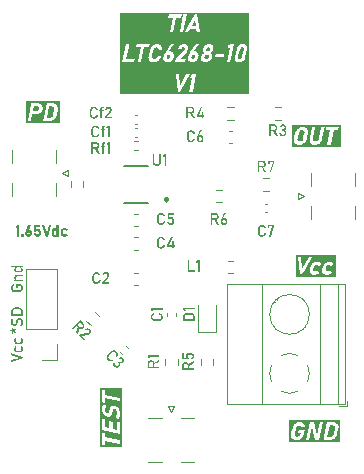
<source format=gbr>
%TF.GenerationSoftware,KiCad,Pcbnew,8.0.2*%
%TF.CreationDate,2025-01-11T01:11:34-03:00*%
%TF.ProjectId,LTC6268-10,4c544336-3236-4382-9d31-302e6b696361,rev?*%
%TF.SameCoordinates,Original*%
%TF.FileFunction,Legend,Top*%
%TF.FilePolarity,Positive*%
%FSLAX46Y46*%
G04 Gerber Fmt 4.6, Leading zero omitted, Abs format (unit mm)*
G04 Created by KiCad (PCBNEW 8.0.2) date 2025-01-11 01:11:34*
%MOMM*%
%LPD*%
G01*
G04 APERTURE LIST*
%ADD10C,0.250000*%
%ADD11C,0.300000*%
%ADD12C,0.150000*%
%ADD13C,0.120000*%
%ADD14C,0.152400*%
G04 APERTURE END LIST*
D10*
G36*
X108039820Y-72420931D02*
G01*
X108039820Y-73415000D01*
X107852485Y-73415000D01*
X107852485Y-72641238D01*
X107731585Y-72686912D01*
X107731585Y-72488098D01*
X107879841Y-72420931D01*
X108039820Y-72420931D01*
G37*
G36*
X108213720Y-73415000D02*
G01*
X108213720Y-73227665D01*
X108401055Y-73227665D01*
X108401055Y-73415000D01*
X108213720Y-73415000D01*
G37*
G36*
X108819211Y-72829190D02*
G01*
X108856323Y-72824420D01*
X108907633Y-72828137D01*
X108959775Y-72841486D01*
X109004986Y-72864544D01*
X109043268Y-72897311D01*
X109047566Y-72902090D01*
X109077272Y-72944801D01*
X109098490Y-72995512D01*
X109110094Y-73046446D01*
X109115200Y-73103504D01*
X109115465Y-73120931D01*
X109115465Y-73121664D01*
X109112786Y-73173519D01*
X109102888Y-73228264D01*
X109085698Y-73276815D01*
X109061215Y-73319172D01*
X109039261Y-73345635D01*
X108997236Y-73380470D01*
X108947365Y-73405352D01*
X108897291Y-73418959D01*
X108841210Y-73424947D01*
X108824083Y-73425258D01*
X108774507Y-73422493D01*
X108722159Y-73412278D01*
X108675725Y-73394537D01*
X108629899Y-73365044D01*
X108609882Y-73346612D01*
X108576543Y-73303274D01*
X108555185Y-73258766D01*
X108541120Y-73208111D01*
X108534348Y-73151309D01*
X108533897Y-73133632D01*
X108721013Y-73133632D01*
X108721013Y-73134120D01*
X108728595Y-73183921D01*
X108747880Y-73216186D01*
X108790450Y-73240744D01*
X108824328Y-73244762D01*
X108873632Y-73235643D01*
X108901508Y-73215942D01*
X108924387Y-73169974D01*
X108928131Y-73133143D01*
X108928131Y-73132655D01*
X108922281Y-73081528D01*
X108901508Y-73038377D01*
X108861370Y-73010438D01*
X108824083Y-73004916D01*
X108775809Y-73015580D01*
X108747880Y-73038621D01*
X108726155Y-73085273D01*
X108721013Y-73133632D01*
X108533897Y-73133632D01*
X108533679Y-73125083D01*
X108533679Y-73124351D01*
X108536255Y-73075178D01*
X108543983Y-73024012D01*
X108551997Y-72988796D01*
X108566375Y-72940000D01*
X108583985Y-72892013D01*
X108602799Y-72849089D01*
X108804300Y-72420931D01*
X109016302Y-72420931D01*
X108819211Y-72829190D01*
G37*
G36*
X109563406Y-73425258D02*
G01*
X109512894Y-73421529D01*
X109459687Y-73408138D01*
X109411304Y-73385007D01*
X109367745Y-73352138D01*
X109362639Y-73347344D01*
X109330682Y-73310218D01*
X109305551Y-73267015D01*
X109287245Y-73217734D01*
X109275765Y-73162376D01*
X109272269Y-73128014D01*
X109272269Y-73127281D01*
X109459603Y-73127281D01*
X109459603Y-73127770D01*
X109470961Y-73176435D01*
X109493309Y-73213011D01*
X109534906Y-73239038D01*
X109566093Y-73243297D01*
X109614488Y-73233096D01*
X109642297Y-73211057D01*
X109664219Y-73166397D01*
X109669408Y-73120443D01*
X109669408Y-73036912D01*
X109664095Y-72987982D01*
X109645228Y-72946542D01*
X109605082Y-72918327D01*
X109577084Y-72914546D01*
X109527328Y-72924243D01*
X109508452Y-72935062D01*
X109476683Y-72973008D01*
X109469129Y-72992459D01*
X109294007Y-72992459D01*
X109294007Y-72420931D01*
X109827921Y-72420931D01*
X109827921Y-72601427D01*
X109481341Y-72601427D01*
X109481341Y-72777281D01*
X109524483Y-72750043D01*
X109539715Y-72744553D01*
X109589628Y-72733974D01*
X109612011Y-72732829D01*
X109667088Y-72737806D01*
X109715570Y-72752735D01*
X109762230Y-72781427D01*
X109792750Y-72812452D01*
X109820747Y-72856340D01*
X109840744Y-72908379D01*
X109851680Y-72960600D01*
X109856180Y-73010328D01*
X109856742Y-73036912D01*
X109856742Y-73120443D01*
X109854046Y-73172713D01*
X109844085Y-73227834D01*
X109826784Y-73276644D01*
X109802144Y-73319142D01*
X109780050Y-73345635D01*
X109737750Y-73380470D01*
X109694251Y-73402786D01*
X109644698Y-73417482D01*
X109589091Y-73424558D01*
X109563406Y-73425258D01*
G37*
G36*
X110283190Y-73415000D02*
G01*
X109952241Y-72420931D01*
X110144949Y-72420931D01*
X110356219Y-73084050D01*
X110567489Y-72420931D01*
X110760196Y-72420931D01*
X110429492Y-73415000D01*
X110283190Y-73415000D01*
G37*
G36*
X111183958Y-73415000D02*
G01*
X111183958Y-72420931D01*
X111371292Y-72420931D01*
X111371292Y-73415000D01*
X111183958Y-73415000D01*
G37*
G36*
X111019338Y-73425258D02*
G01*
X110965742Y-73420235D01*
X110918527Y-73405169D01*
X110873037Y-73376212D01*
X110843239Y-73344902D01*
X110815884Y-73300602D01*
X110796344Y-73248060D01*
X110785659Y-73195323D01*
X110781262Y-73145096D01*
X110780713Y-73118244D01*
X110780713Y-73004916D01*
X110782911Y-72951773D01*
X110789506Y-72903353D01*
X110802756Y-72852831D01*
X110825226Y-72802964D01*
X110843239Y-72776060D01*
X110877692Y-72740691D01*
X110924080Y-72712979D01*
X110972093Y-72699084D01*
X111019338Y-72695216D01*
X111070139Y-72702675D01*
X111116754Y-72725054D01*
X111122653Y-72729166D01*
X111160226Y-72764128D01*
X111188920Y-72806388D01*
X111198368Y-72825153D01*
X111183958Y-72982201D01*
X111176355Y-72932279D01*
X111171501Y-72920652D01*
X111138514Y-72883758D01*
X111135598Y-72882062D01*
X111086898Y-72869079D01*
X111078689Y-72868872D01*
X111029322Y-72879005D01*
X110996868Y-72904776D01*
X110974380Y-72951058D01*
X110968075Y-73001387D01*
X110968047Y-73005404D01*
X110968047Y-73118244D01*
X110973564Y-73168627D01*
X110995095Y-73214722D01*
X110996868Y-73216919D01*
X111037062Y-73244963D01*
X111078689Y-73251601D01*
X111128026Y-73242385D01*
X111135598Y-73238656D01*
X111170727Y-73202558D01*
X111171501Y-73201043D01*
X111183654Y-73152112D01*
X111183958Y-73141448D01*
X111193483Y-73303625D01*
X111170382Y-73349439D01*
X111135152Y-73387321D01*
X111126805Y-73393506D01*
X111080566Y-73416297D01*
X111030824Y-73424979D01*
X111019338Y-73425258D01*
G37*
G36*
X111855626Y-73425258D02*
G01*
X111800794Y-73422235D01*
X111750788Y-73413168D01*
X111698547Y-73394949D01*
X111652874Y-73368502D01*
X111618954Y-73339284D01*
X111586216Y-73298281D01*
X111561519Y-73250500D01*
X111544863Y-73195940D01*
X111536986Y-73143779D01*
X111534935Y-73096507D01*
X111534935Y-73020547D01*
X111537889Y-72964768D01*
X111546750Y-72913935D01*
X111564555Y-72860881D01*
X111590401Y-72814559D01*
X111618954Y-72780212D01*
X111659009Y-72747094D01*
X111705655Y-72722109D01*
X111758893Y-72705259D01*
X111809771Y-72697291D01*
X111855870Y-72695216D01*
X111908745Y-72698102D01*
X111958375Y-72706760D01*
X112009223Y-72722951D01*
X112013651Y-72724769D01*
X112058912Y-72747892D01*
X112100454Y-72779897D01*
X112126247Y-72808545D01*
X112005102Y-72926270D01*
X111963766Y-72897414D01*
X111944774Y-72889145D01*
X111897355Y-72877299D01*
X111871257Y-72875711D01*
X111822599Y-72881069D01*
X111777119Y-72900864D01*
X111761348Y-72913813D01*
X111733298Y-72956120D01*
X111722612Y-73007906D01*
X111722269Y-73020547D01*
X111722269Y-73096507D01*
X111727764Y-73145130D01*
X111748067Y-73190484D01*
X111761348Y-73206172D01*
X111804961Y-73233871D01*
X111854046Y-73244159D01*
X111871257Y-73244762D01*
X111920329Y-73238556D01*
X111944774Y-73230352D01*
X111988296Y-73204766D01*
X112005102Y-73189319D01*
X112126247Y-73313883D01*
X112090835Y-73350416D01*
X112047249Y-73380149D01*
X112013651Y-73396193D01*
X111963131Y-73412740D01*
X111913748Y-73421823D01*
X111861074Y-73425229D01*
X111855626Y-73425258D01*
G37*
G36*
X107799864Y-77762281D02*
G01*
X107799864Y-77417655D01*
X107973277Y-77417655D01*
X108027560Y-77420372D01*
X108078301Y-77428523D01*
X108125501Y-77442109D01*
X108169160Y-77461130D01*
X108213308Y-77488309D01*
X108251506Y-77520936D01*
X108283753Y-77559011D01*
X108299097Y-77582518D01*
X108321411Y-77628509D01*
X108336423Y-77678826D01*
X108343636Y-77727187D01*
X108345259Y-77765701D01*
X108342557Y-77817037D01*
X108333058Y-77870813D01*
X108316719Y-77920378D01*
X108302028Y-77951081D01*
X108274772Y-77992793D01*
X108237916Y-78032568D01*
X108198831Y-78062452D01*
X108179662Y-78073935D01*
X108133082Y-78095069D01*
X108082367Y-78109286D01*
X108033816Y-78116117D01*
X107995259Y-78117655D01*
X107701923Y-78117655D01*
X107647671Y-78114953D01*
X107597021Y-78106847D01*
X107549973Y-78093337D01*
X107506529Y-78074424D01*
X107462518Y-78047245D01*
X107424457Y-78014617D01*
X107392348Y-77976542D01*
X107377080Y-77953035D01*
X107354765Y-77907045D01*
X107339754Y-77856727D01*
X107332541Y-77808367D01*
X107330918Y-77769853D01*
X107334520Y-77717035D01*
X107345325Y-77667271D01*
X107363333Y-77620559D01*
X107367799Y-77611583D01*
X107393735Y-77569122D01*
X107425444Y-77531193D01*
X107462925Y-77497796D01*
X107471114Y-77491660D01*
X107514700Y-77464359D01*
X107562724Y-77443212D01*
X107609738Y-77429441D01*
X107626208Y-77425959D01*
X107626208Y-77576901D01*
X107577278Y-77594438D01*
X107533710Y-77623312D01*
X107507750Y-77651639D01*
X107482746Y-77694137D01*
X107468681Y-77742658D01*
X107466717Y-77769853D01*
X107471837Y-77819162D01*
X107489535Y-77867152D01*
X107519875Y-77907986D01*
X107531442Y-77918841D01*
X107575796Y-77948336D01*
X107622650Y-77965542D01*
X107676071Y-77973899D01*
X107701923Y-77974772D01*
X107995259Y-77974772D01*
X108046768Y-77970232D01*
X108096885Y-77954538D01*
X108139513Y-77927633D01*
X108150841Y-77917375D01*
X108181625Y-77877901D01*
X108201007Y-77831223D01*
X108208987Y-77777341D01*
X108209215Y-77765701D01*
X108204347Y-77716293D01*
X108187517Y-77668284D01*
X108158666Y-77627526D01*
X108147666Y-77616712D01*
X108104475Y-77587088D01*
X108057528Y-77569808D01*
X108002929Y-77561414D01*
X107976208Y-77560537D01*
X107932977Y-77560537D01*
X107932977Y-77762281D01*
X107799864Y-77762281D01*
G37*
G36*
X108335001Y-77206140D02*
G01*
X107625475Y-77206140D01*
X107625475Y-77066678D01*
X108335001Y-77066678D01*
X108335001Y-77206140D01*
G37*
G36*
X108335001Y-76775540D02*
G01*
X107905133Y-76775540D01*
X107853522Y-76780967D01*
X107805463Y-76801016D01*
X107788873Y-76814130D01*
X107759421Y-76857447D01*
X107748482Y-76906534D01*
X107747841Y-76923795D01*
X107753807Y-76974241D01*
X107775516Y-77019726D01*
X107783989Y-77029553D01*
X107827525Y-77057396D01*
X107877741Y-77066533D01*
X107885838Y-77066678D01*
X107749062Y-77081088D01*
X107705041Y-77053691D01*
X107666731Y-77017576D01*
X107650144Y-76995359D01*
X107627530Y-76950441D01*
X107616445Y-76901816D01*
X107615217Y-76878122D01*
X107619934Y-76823625D01*
X107634085Y-76775662D01*
X107661281Y-76729513D01*
X107690688Y-76699336D01*
X107732347Y-76671661D01*
X107781852Y-76651892D01*
X107831605Y-76641081D01*
X107887365Y-76636324D01*
X107904400Y-76636077D01*
X108335001Y-76636077D01*
X108335001Y-76775540D01*
G37*
G36*
X108335001Y-76021318D02*
G01*
X107341176Y-76021318D01*
X107341176Y-75881855D01*
X108335001Y-75881855D01*
X108335001Y-76021318D01*
G37*
G36*
X108347213Y-76199615D02*
G01*
X108343601Y-76248549D01*
X108330630Y-76298176D01*
X108304760Y-76345978D01*
X108271742Y-76381332D01*
X108230129Y-76409222D01*
X108180761Y-76429143D01*
X108131203Y-76440037D01*
X108075708Y-76444830D01*
X108058762Y-76445079D01*
X107902202Y-76445079D01*
X107852651Y-76442881D01*
X107800399Y-76434760D01*
X107748009Y-76418152D01*
X107703434Y-76393727D01*
X107688734Y-76382553D01*
X107652133Y-76343344D01*
X107627511Y-76296060D01*
X107615681Y-76247249D01*
X107613019Y-76206454D01*
X107618460Y-76157187D01*
X107636492Y-76108006D01*
X107645991Y-76091416D01*
X107677017Y-76052254D01*
X107716912Y-76019702D01*
X107738315Y-76006908D01*
X107883151Y-76021318D01*
X107834144Y-76027087D01*
X107805970Y-76037682D01*
X107767701Y-76068903D01*
X107757122Y-76085310D01*
X107741915Y-76134310D01*
X107740269Y-76160781D01*
X107747404Y-76211782D01*
X107771046Y-76255165D01*
X107783500Y-76267759D01*
X107827799Y-76293638D01*
X107876411Y-76304286D01*
X107904400Y-76305617D01*
X108058762Y-76305617D01*
X108107807Y-76301143D01*
X108154978Y-76284322D01*
X108178197Y-76267759D01*
X108208350Y-76225398D01*
X108219550Y-76177573D01*
X108220206Y-76160781D01*
X108213432Y-76110463D01*
X108202865Y-76085310D01*
X108169763Y-76048066D01*
X108152551Y-76037682D01*
X108103805Y-76023252D01*
X108073905Y-76021318D01*
X108223626Y-76011793D01*
X108266305Y-76035771D01*
X108302169Y-76069190D01*
X108309355Y-76077738D01*
X108333866Y-76120476D01*
X108345401Y-76168155D01*
X108347213Y-76199615D01*
G37*
G36*
X107769578Y-81273272D02*
G01*
X107557820Y-81427145D01*
X107493584Y-81338973D01*
X107705342Y-81185100D01*
X107769578Y-81273272D01*
G37*
G36*
X107769578Y-81492602D02*
G01*
X107705342Y-81580774D01*
X107493584Y-81427145D01*
X107557820Y-81338973D01*
X107769578Y-81492602D01*
G37*
G36*
X107577603Y-81399790D02*
G01*
X107496271Y-81648429D01*
X107392956Y-81614968D01*
X107473556Y-81366329D01*
X107577603Y-81399790D01*
G37*
G36*
X107525580Y-81437403D02*
G01*
X107263751Y-81437403D01*
X107263751Y-81328715D01*
X107525580Y-81328715D01*
X107525580Y-81437403D01*
G37*
G36*
X107577603Y-81366329D02*
G01*
X107473556Y-81399790D01*
X107392956Y-81150906D01*
X107496271Y-81117445D01*
X107577603Y-81366329D01*
G37*
G36*
X108345259Y-80660467D02*
G01*
X108343642Y-80709328D01*
X108338193Y-80760327D01*
X108331581Y-80796998D01*
X108318211Y-80847463D01*
X108300326Y-80895267D01*
X108290548Y-80916433D01*
X108266065Y-80960510D01*
X108237067Y-81002249D01*
X108222160Y-81020725D01*
X108115670Y-80934019D01*
X108146536Y-80893566D01*
X108171629Y-80850459D01*
X108189432Y-80808966D01*
X108203476Y-80760564D01*
X108211691Y-80709392D01*
X108214100Y-80660467D01*
X108211582Y-80609527D01*
X108202727Y-80559482D01*
X108185410Y-80512894D01*
X108173800Y-80493160D01*
X108138927Y-80456845D01*
X108091070Y-80436417D01*
X108060960Y-80433565D01*
X108060227Y-80433565D01*
X108010219Y-80441076D01*
X107973521Y-80463607D01*
X107944395Y-80503355D01*
X107928580Y-80542497D01*
X107915969Y-80590332D01*
X107906231Y-80638658D01*
X107904400Y-80649476D01*
X107895411Y-80698817D01*
X107885113Y-80748532D01*
X107881930Y-80762804D01*
X107867631Y-80810870D01*
X107846190Y-80858529D01*
X107841141Y-80867585D01*
X107809779Y-80908332D01*
X107771017Y-80938906D01*
X107761518Y-80944521D01*
X107713525Y-80963340D01*
X107663974Y-80971770D01*
X107622788Y-80973586D01*
X107622056Y-80973586D01*
X107572230Y-80970340D01*
X107519657Y-80958349D01*
X107473067Y-80937522D01*
X107432462Y-80907859D01*
X107407122Y-80881262D01*
X107377429Y-80837248D01*
X107355030Y-80785987D01*
X107341634Y-80736281D01*
X107333597Y-80681252D01*
X107330993Y-80631328D01*
X107330918Y-80620899D01*
X107333423Y-80571187D01*
X107340936Y-80522191D01*
X107353458Y-80473910D01*
X107356564Y-80464340D01*
X107375111Y-80416836D01*
X107399001Y-80370192D01*
X107428234Y-80324406D01*
X107434721Y-80315352D01*
X107545363Y-80394486D01*
X107516730Y-80437099D01*
X107492609Y-80483108D01*
X107482593Y-80507815D01*
X107468568Y-80557109D01*
X107462397Y-80606684D01*
X107462077Y-80620899D01*
X107465303Y-80674596D01*
X107476456Y-80725830D01*
X107497926Y-80771939D01*
X107502865Y-80779169D01*
X107538048Y-80813550D01*
X107586937Y-80832889D01*
X107617904Y-80835589D01*
X107618636Y-80835589D01*
X107667973Y-80827407D01*
X107704121Y-80802860D01*
X107732303Y-80759429D01*
X107747596Y-80716887D01*
X107759451Y-80669015D01*
X107770651Y-80618152D01*
X107773730Y-80603070D01*
X107784189Y-80555198D01*
X107796331Y-80507326D01*
X107800109Y-80493649D01*
X107817540Y-80444558D01*
X107840981Y-80399868D01*
X107844561Y-80394242D01*
X107876532Y-80356257D01*
X107917948Y-80326107D01*
X107924184Y-80322679D01*
X107970342Y-80305126D01*
X108021965Y-80296865D01*
X108056075Y-80295568D01*
X108057541Y-80295568D01*
X108106834Y-80298934D01*
X108158829Y-80311369D01*
X108204888Y-80332968D01*
X108245009Y-80363729D01*
X108270032Y-80391311D01*
X108299344Y-80436832D01*
X108318738Y-80481803D01*
X108332843Y-80532270D01*
X108341659Y-80588232D01*
X108344965Y-80639065D01*
X108345259Y-80660467D01*
G37*
G36*
X108335001Y-80016887D02*
G01*
X108202377Y-80016887D01*
X108202377Y-79791939D01*
X108198820Y-79740068D01*
X108186316Y-79689085D01*
X108161863Y-79641591D01*
X108145468Y-79621458D01*
X108105168Y-79589515D01*
X108055709Y-79569403D01*
X108003365Y-79561418D01*
X107984268Y-79560885D01*
X107691665Y-79560885D01*
X107642679Y-79564671D01*
X107594540Y-79577981D01*
X107549708Y-79604008D01*
X107530709Y-79621458D01*
X107500570Y-79664133D01*
X107482988Y-79710780D01*
X107474449Y-79765233D01*
X107473556Y-79791939D01*
X107473556Y-80016887D01*
X107341176Y-80016887D01*
X107341176Y-79796091D01*
X107343454Y-79741684D01*
X107350288Y-79691272D01*
X107364502Y-79636051D01*
X107385276Y-79586583D01*
X107412610Y-79542869D01*
X107434477Y-79516922D01*
X107472144Y-79483305D01*
X107515169Y-79456643D01*
X107563552Y-79436937D01*
X107617293Y-79424186D01*
X107666170Y-79418873D01*
X107697282Y-79418003D01*
X107978894Y-79418003D01*
X108033238Y-79420782D01*
X108083430Y-79429116D01*
X108134933Y-79445135D01*
X108171358Y-79462456D01*
X108213171Y-79490648D01*
X108249033Y-79525215D01*
X108278944Y-79566159D01*
X108292991Y-79591660D01*
X108313298Y-79642154D01*
X108325770Y-79691773D01*
X108332990Y-79745850D01*
X108335001Y-79796824D01*
X108335001Y-80016887D01*
G37*
G36*
X108335001Y-80111165D02*
G01*
X107341176Y-80111165D01*
X107341176Y-79971702D01*
X108335001Y-79971702D01*
X108335001Y-80111165D01*
G37*
D11*
G36*
X134823601Y-76804554D02*
G01*
X131458237Y-76804554D01*
X131458237Y-75131397D01*
X131624904Y-75131397D01*
X131800758Y-76622500D01*
X132015448Y-76622500D01*
X132197318Y-76281389D01*
X132638467Y-76281389D01*
X132643927Y-76364681D01*
X132663271Y-76437806D01*
X132702381Y-76508927D01*
X132728467Y-76539152D01*
X132792627Y-76587512D01*
X132861877Y-76616603D01*
X132943364Y-76633353D01*
X133022950Y-76637887D01*
X133038918Y-76637716D01*
X133116956Y-76631756D01*
X133191989Y-76617280D01*
X133264017Y-76594289D01*
X133331108Y-76563499D01*
X133396973Y-76521448D01*
X133454527Y-76470825D01*
X133315675Y-76283979D01*
X133279937Y-76311353D01*
X133214192Y-76345528D01*
X133175985Y-76357835D01*
X133102084Y-76367144D01*
X133089307Y-76366917D01*
X133012691Y-76352672D01*
X132952608Y-76309258D01*
X132940162Y-76289883D01*
X132938080Y-76281389D01*
X133683338Y-76281389D01*
X133688798Y-76364681D01*
X133708142Y-76437806D01*
X133747252Y-76508927D01*
X133773338Y-76539152D01*
X133837498Y-76587512D01*
X133906748Y-76616603D01*
X133988235Y-76633353D01*
X134067820Y-76637887D01*
X134083789Y-76637716D01*
X134161827Y-76631756D01*
X134236860Y-76617280D01*
X134308888Y-76594289D01*
X134375979Y-76563499D01*
X134441844Y-76521448D01*
X134499398Y-76470825D01*
X134360546Y-76283979D01*
X134324808Y-76311353D01*
X134259063Y-76345528D01*
X134220856Y-76357835D01*
X134146955Y-76367144D01*
X134134178Y-76366917D01*
X134057562Y-76352672D01*
X133997479Y-76309258D01*
X133985033Y-76289883D01*
X133967339Y-76217696D01*
X133974398Y-76144760D01*
X133998211Y-76030821D01*
X134006023Y-75999671D01*
X134037302Y-75929314D01*
X134088703Y-75870720D01*
X134120662Y-75848451D01*
X134188852Y-75821604D01*
X134261994Y-75813567D01*
X134293153Y-75815161D01*
X134365675Y-75833717D01*
X134385510Y-75843144D01*
X134442611Y-75889405D01*
X134656934Y-75712817D01*
X134635281Y-75678879D01*
X134582230Y-75625433D01*
X134518449Y-75587154D01*
X134449525Y-75561915D01*
X134372723Y-75547153D01*
X134296065Y-75542824D01*
X134214475Y-75547306D01*
X134138140Y-75560753D01*
X134067059Y-75583164D01*
X133990774Y-75620641D01*
X133921641Y-75670319D01*
X133903307Y-75686668D01*
X133853062Y-75740661D01*
X133809953Y-75802073D01*
X133773979Y-75870903D01*
X133745141Y-75947153D01*
X133723438Y-76030821D01*
X133699624Y-76144760D01*
X133689710Y-76201902D01*
X133683338Y-76281389D01*
X132938080Y-76281389D01*
X132922468Y-76217696D01*
X132929527Y-76144760D01*
X132953340Y-76030821D01*
X132961152Y-75999671D01*
X132992431Y-75929314D01*
X133043832Y-75870720D01*
X133075792Y-75848451D01*
X133143981Y-75821604D01*
X133217123Y-75813567D01*
X133248283Y-75815161D01*
X133320804Y-75833717D01*
X133340639Y-75843144D01*
X133397740Y-75889405D01*
X133612063Y-75712817D01*
X133590410Y-75678879D01*
X133537359Y-75625433D01*
X133473578Y-75587154D01*
X133404654Y-75561915D01*
X133327852Y-75547153D01*
X133251195Y-75542824D01*
X133169604Y-75547306D01*
X133093269Y-75560753D01*
X133022188Y-75583164D01*
X132945903Y-75620641D01*
X132876770Y-75670319D01*
X132858436Y-75686668D01*
X132808191Y-75740661D01*
X132765082Y-75802073D01*
X132729108Y-75870903D01*
X132700270Y-75947153D01*
X132678567Y-76030821D01*
X132654753Y-76144760D01*
X132644839Y-76201902D01*
X132638467Y-76281389D01*
X132197318Y-76281389D01*
X132810458Y-75131397D01*
X132527625Y-75131397D01*
X132011051Y-76126076D01*
X131907737Y-75131397D01*
X131624904Y-75131397D01*
X131458237Y-75131397D01*
X131458237Y-74964730D01*
X134823601Y-74964730D01*
X134823601Y-76804554D01*
G37*
G36*
X132020552Y-64398755D02*
G01*
X132094393Y-64419615D01*
X132151735Y-64468452D01*
X132173282Y-64507126D01*
X132187686Y-64582572D01*
X132179945Y-64658595D01*
X132089087Y-65095301D01*
X132068092Y-65164524D01*
X132031940Y-65230256D01*
X131982108Y-65285078D01*
X131933512Y-65319790D01*
X131861144Y-65348400D01*
X131787202Y-65356885D01*
X131753618Y-65355132D01*
X131679861Y-65334165D01*
X131622339Y-65285078D01*
X131600792Y-65246289D01*
X131586387Y-65170951D01*
X131594129Y-65095301D01*
X131684987Y-64658595D01*
X131705981Y-64589022D01*
X131742133Y-64523152D01*
X131791965Y-64468452D01*
X131840710Y-64433918D01*
X131913095Y-64405453D01*
X131986871Y-64397011D01*
X132020552Y-64398755D01*
G37*
G36*
X135265436Y-65804554D02*
G01*
X131128318Y-65804554D01*
X131128318Y-65224813D01*
X131294985Y-65224813D01*
X131300005Y-65304324D01*
X131316791Y-65377402D01*
X131322083Y-65392708D01*
X131356186Y-65462667D01*
X131403027Y-65521679D01*
X131462604Y-65569743D01*
X131504116Y-65592901D01*
X131573678Y-65618655D01*
X131651991Y-65633628D01*
X131728951Y-65637887D01*
X131807536Y-65633628D01*
X131882824Y-65620851D01*
X131954814Y-65599556D01*
X132023507Y-65569743D01*
X132087919Y-65532168D01*
X132147064Y-65487586D01*
X132200942Y-65435997D01*
X132249554Y-65377402D01*
X132291915Y-65312761D01*
X132316076Y-65264802D01*
X132617882Y-65264802D01*
X132626061Y-65343001D01*
X132650156Y-65423619D01*
X132689924Y-65492807D01*
X132696866Y-65501732D01*
X132753374Y-65556279D01*
X132823731Y-65596941D01*
X132895060Y-65620744D01*
X132976565Y-65634345D01*
X133052258Y-65637887D01*
X133099188Y-65636612D01*
X133174097Y-65628819D01*
X133258534Y-65610118D01*
X133337021Y-65581215D01*
X133409556Y-65542111D01*
X133476142Y-65492807D01*
X133526456Y-65444553D01*
X133579419Y-65378951D01*
X133624292Y-65304951D01*
X133655509Y-65236870D01*
X133681108Y-65162956D01*
X133701089Y-65083211D01*
X133842651Y-64402140D01*
X133973298Y-64402140D01*
X134370353Y-64402140D01*
X134116547Y-65622500D01*
X134391320Y-65622500D01*
X134645126Y-64402140D01*
X135042715Y-64402140D01*
X135098769Y-64131397D01*
X134029352Y-64131397D01*
X133973298Y-64402140D01*
X133842651Y-64402140D01*
X133898926Y-64131397D01*
X133624153Y-64131397D01*
X133424851Y-65090172D01*
X133402697Y-65164697D01*
X133365766Y-65233699D01*
X133315674Y-65289108D01*
X133254197Y-65329365D01*
X133183109Y-65352911D01*
X133110144Y-65359816D01*
X133066592Y-65357330D01*
X132994327Y-65337444D01*
X132935022Y-65289108D01*
X132910199Y-65239298D01*
X132900719Y-65164697D01*
X132909743Y-65090172D01*
X133109045Y-64131397D01*
X132833905Y-64131397D01*
X132636068Y-65083211D01*
X132632794Y-65099627D01*
X132621218Y-65178206D01*
X132617882Y-65264802D01*
X132316076Y-65264802D01*
X132327040Y-65243038D01*
X132354930Y-65168231D01*
X132375583Y-65088340D01*
X132463511Y-64665922D01*
X132473785Y-64605056D01*
X132479269Y-64528589D01*
X132474217Y-64448968D01*
X132457283Y-64376128D01*
X132451990Y-64360911D01*
X132417887Y-64291309D01*
X132371047Y-64232512D01*
X132311470Y-64184520D01*
X132269970Y-64161362D01*
X132200476Y-64135608D01*
X132122288Y-64120635D01*
X132045489Y-64116376D01*
X131966744Y-64120635D01*
X131891342Y-64133412D01*
X131819282Y-64154707D01*
X131750566Y-64184520D01*
X131686155Y-64222049D01*
X131627010Y-64266494D01*
X131573131Y-64317853D01*
X131524519Y-64376128D01*
X131482296Y-64440540D01*
X131447216Y-64510309D01*
X131419281Y-64585437D01*
X131398490Y-64665922D01*
X131310563Y-65088340D01*
X131300400Y-65148735D01*
X131298819Y-65170951D01*
X131294985Y-65224813D01*
X131128318Y-65224813D01*
X131128318Y-63949709D01*
X135265436Y-63949709D01*
X135265436Y-65804554D01*
G37*
G36*
X120747148Y-58012275D02*
G01*
X120808086Y-58057566D01*
X120825292Y-58122293D01*
X120817978Y-58198982D01*
X120817978Y-58199715D01*
X120797201Y-58263158D01*
X120752765Y-58323913D01*
X120705792Y-58353465D01*
X120630766Y-58367144D01*
X120593265Y-58363753D01*
X120527451Y-58324279D01*
X120509247Y-58275882D01*
X120513529Y-58201181D01*
X120513895Y-58200448D01*
X120516397Y-58189115D01*
X120540640Y-58118840D01*
X120582772Y-58057932D01*
X120630897Y-58023371D01*
X120705138Y-58007374D01*
X120747148Y-58012275D01*
G37*
G36*
X122847148Y-58012275D02*
G01*
X122908086Y-58057566D01*
X122925292Y-58122293D01*
X122917978Y-58198982D01*
X122917978Y-58199715D01*
X122897201Y-58263158D01*
X122852765Y-58323913D01*
X122805792Y-58353465D01*
X122730766Y-58367144D01*
X122693265Y-58363753D01*
X122627451Y-58324279D01*
X122609247Y-58275882D01*
X122613529Y-58201181D01*
X122613895Y-58200448D01*
X122616397Y-58189115D01*
X122640640Y-58118840D01*
X122682772Y-58057932D01*
X122730897Y-58023371D01*
X122805138Y-58007374D01*
X122847148Y-58012275D01*
G37*
G36*
X123996516Y-58007665D02*
G01*
X124061401Y-58046209D01*
X124087186Y-58092280D01*
X124087779Y-58168208D01*
X124084848Y-58182496D01*
X124083728Y-58187640D01*
X124056363Y-58257326D01*
X124005347Y-58316219D01*
X124001433Y-58319352D01*
X123932968Y-58355954D01*
X123858801Y-58367144D01*
X123797411Y-58358860D01*
X123733138Y-58316952D01*
X123706577Y-58258791D01*
X123708958Y-58184694D01*
X123712255Y-58169307D01*
X123739641Y-58100339D01*
X123789558Y-58046575D01*
X123793405Y-58043712D01*
X123861079Y-58010270D01*
X123935005Y-58000047D01*
X123996516Y-58007665D01*
G37*
G36*
X124103324Y-57390975D02*
G01*
X124167646Y-57429984D01*
X124187525Y-57469467D01*
X124187430Y-57543923D01*
X124184499Y-57558211D01*
X124161336Y-57623577D01*
X124115623Y-57681310D01*
X124066025Y-57712866D01*
X123992158Y-57727472D01*
X123951350Y-57722999D01*
X123887011Y-57681676D01*
X123866986Y-57635674D01*
X123869059Y-57560043D01*
X123872357Y-57544656D01*
X123892402Y-57487544D01*
X123939401Y-57429984D01*
X123988999Y-57400431D01*
X124062866Y-57386753D01*
X124103324Y-57390975D01*
G37*
G36*
X126962748Y-57392220D02*
G01*
X127017960Y-57443539D01*
X127023627Y-57459098D01*
X127031413Y-57535760D01*
X127021624Y-57608403D01*
X126910616Y-58142562D01*
X126904765Y-58168059D01*
X126879584Y-58241277D01*
X126838808Y-58307426D01*
X126835636Y-58311100D01*
X126775346Y-58354022D01*
X126702521Y-58367144D01*
X126646896Y-58358746D01*
X126591512Y-58307426D01*
X126587119Y-58295768D01*
X126577720Y-58220320D01*
X126587482Y-58142562D01*
X126698491Y-57608403D01*
X126704433Y-57582746D01*
X126729911Y-57509324D01*
X126771031Y-57443539D01*
X126774225Y-57439865D01*
X126834572Y-57396943D01*
X126906952Y-57383822D01*
X126962748Y-57392220D01*
G37*
G36*
X122990626Y-55592887D02*
G01*
X122642041Y-55592887D01*
X122922007Y-55084373D01*
X122990626Y-55592887D01*
G37*
G36*
X127490793Y-61309167D02*
G01*
X116593460Y-61309167D01*
X116593460Y-59651397D01*
X121274834Y-59651397D01*
X121450688Y-61142500D01*
X121665378Y-61142500D01*
X122435109Y-61142500D01*
X122709882Y-61142500D01*
X123019827Y-59651397D01*
X122784987Y-59651397D01*
X122546850Y-59752147D01*
X122484935Y-60050368D01*
X122676543Y-59981857D01*
X122435109Y-61142500D01*
X121665378Y-61142500D01*
X122460388Y-59651397D01*
X122177555Y-59651397D01*
X121660981Y-60646076D01*
X121557667Y-59651397D01*
X121274834Y-59651397D01*
X116593460Y-59651397D01*
X116593460Y-58622500D01*
X116760127Y-58622500D01*
X116882493Y-58622500D01*
X117737221Y-58622500D01*
X117793641Y-58351756D01*
X117091177Y-58351756D01*
X117288567Y-57402140D01*
X117954841Y-57402140D01*
X118351895Y-57402140D01*
X118098089Y-58622500D01*
X118372863Y-58622500D01*
X118455224Y-58226488D01*
X118977143Y-58226488D01*
X118980125Y-58308933D01*
X118994583Y-58383264D01*
X118999383Y-58398602D01*
X119031368Y-58468340D01*
X119076663Y-58526486D01*
X119135267Y-58573040D01*
X119176637Y-58595078D01*
X119247001Y-58619585D01*
X119327333Y-58633834D01*
X119407109Y-58637887D01*
X119449824Y-58636411D01*
X119524457Y-58626316D01*
X119596192Y-58606658D01*
X119665029Y-58577437D01*
X119701965Y-58557204D01*
X119765337Y-58514024D01*
X119824711Y-58462150D01*
X119880085Y-58401582D01*
X119885983Y-58394323D01*
X119930823Y-58332899D01*
X119950345Y-58300560D01*
X120226978Y-58300560D01*
X120229963Y-58377860D01*
X120248831Y-58454911D01*
X120284185Y-58519918D01*
X120289747Y-58527175D01*
X120349952Y-58582128D01*
X120418794Y-58615307D01*
X120490864Y-58632242D01*
X120573979Y-58637887D01*
X120623856Y-58636021D01*
X120706100Y-58623774D01*
X120710180Y-58622500D01*
X121235999Y-58622500D01*
X122098787Y-58622500D01*
X122155207Y-58351756D01*
X121656586Y-58351756D01*
X121706892Y-58300560D01*
X122326978Y-58300560D01*
X122329963Y-58377860D01*
X122348831Y-58454911D01*
X122384185Y-58519918D01*
X122389747Y-58527175D01*
X122449952Y-58582128D01*
X122518794Y-58615307D01*
X122590864Y-58632242D01*
X122673979Y-58637887D01*
X122723856Y-58636021D01*
X122806100Y-58623774D01*
X122881927Y-58600097D01*
X122951337Y-58564990D01*
X123014332Y-58518452D01*
X123062481Y-58470251D01*
X123110484Y-58405388D01*
X123149686Y-58331234D01*
X123164585Y-58291487D01*
X123416565Y-58291487D01*
X123418655Y-58367699D01*
X123438215Y-58442248D01*
X123457657Y-58480962D01*
X123507624Y-58542254D01*
X123569740Y-58586596D01*
X123581554Y-58592807D01*
X123653027Y-58619805D01*
X123727545Y-58633830D01*
X123802381Y-58637887D01*
X123828269Y-58637436D01*
X123903343Y-58630674D01*
X123941194Y-58622500D01*
X125632737Y-58622500D01*
X125907510Y-58622500D01*
X125975422Y-58295784D01*
X126286294Y-58295784D01*
X126287622Y-58379384D01*
X126304703Y-58452909D01*
X126342751Y-58523581D01*
X126353981Y-58537423D01*
X126417231Y-58588659D01*
X126490922Y-58619022D01*
X126568888Y-58633868D01*
X126645734Y-58637887D01*
X126711165Y-58635132D01*
X126784392Y-58624553D01*
X126862530Y-58602183D01*
X126932815Y-58569015D01*
X126995246Y-58525047D01*
X127034886Y-58487709D01*
X127082778Y-58428464D01*
X127121800Y-58361084D01*
X127151951Y-58285570D01*
X127170734Y-58214370D01*
X127311418Y-57536596D01*
X127313881Y-57524247D01*
X127324126Y-57442555D01*
X127322135Y-57369172D01*
X127304876Y-57295481D01*
X127266355Y-57225553D01*
X127255038Y-57211933D01*
X127191501Y-57161517D01*
X127117702Y-57131641D01*
X127039753Y-57117033D01*
X126963006Y-57113079D01*
X126897777Y-57115834D01*
X126824722Y-57126412D01*
X126746686Y-57148782D01*
X126676399Y-57181951D01*
X126613860Y-57225919D01*
X126574229Y-57263257D01*
X126526380Y-57322502D01*
X126487435Y-57389881D01*
X126457397Y-57465395D01*
X126438738Y-57536596D01*
X126298054Y-58214370D01*
X126297195Y-58220320D01*
X126286294Y-58295784D01*
X125975422Y-58295784D01*
X126217454Y-57131397D01*
X125982615Y-57131397D01*
X125744478Y-57232147D01*
X125682563Y-57530368D01*
X125874171Y-57461857D01*
X125632737Y-58622500D01*
X123941194Y-58622500D01*
X123982204Y-58613644D01*
X124056272Y-58586596D01*
X124070458Y-58580021D01*
X124136969Y-58542254D01*
X124196110Y-58496330D01*
X124247880Y-58442248D01*
X124257298Y-58430446D01*
X124298421Y-58367699D01*
X124329598Y-58298727D01*
X124350828Y-58223529D01*
X124632196Y-58223529D01*
X125346606Y-58223529D01*
X125403027Y-57952786D01*
X124688616Y-57952786D01*
X124632196Y-58223529D01*
X124350828Y-58223529D01*
X124355957Y-58198982D01*
X124363651Y-58143959D01*
X124360079Y-58064601D01*
X124338372Y-57989056D01*
X124314902Y-57942779D01*
X124267933Y-57884613D01*
X124206847Y-57839945D01*
X124253330Y-57816704D01*
X124316699Y-57772998D01*
X124372444Y-57718679D01*
X124400479Y-57683284D01*
X124437281Y-57619751D01*
X124461104Y-57546854D01*
X124469164Y-57508019D01*
X124478365Y-57443873D01*
X124476086Y-57366078D01*
X124453653Y-57289123D01*
X124410179Y-57223354D01*
X124348481Y-57171641D01*
X124280354Y-57139882D01*
X124199726Y-57121495D01*
X124118920Y-57116376D01*
X124070869Y-57118048D01*
X123990912Y-57129017D01*
X123916214Y-57150225D01*
X123846776Y-57181670D01*
X123782597Y-57223354D01*
X123749046Y-57251204D01*
X123698129Y-57305257D01*
X123657133Y-57366078D01*
X123626061Y-57433665D01*
X123604911Y-57508019D01*
X123596851Y-57546854D01*
X123593033Y-57569231D01*
X123593094Y-57635674D01*
X123593103Y-57645115D01*
X123614070Y-57717213D01*
X123621221Y-57731863D01*
X123667509Y-57795356D01*
X123726544Y-57839945D01*
X123712786Y-57846453D01*
X123647564Y-57884613D01*
X123588280Y-57932148D01*
X123534935Y-57989056D01*
X123490335Y-58051745D01*
X123454084Y-58123762D01*
X123431254Y-58198982D01*
X123426125Y-58223529D01*
X123421165Y-58258791D01*
X123416565Y-58291487D01*
X123164585Y-58291487D01*
X123176283Y-58260278D01*
X123196415Y-58182496D01*
X123196415Y-58181397D01*
X123201488Y-58155256D01*
X123211092Y-58081334D01*
X123211651Y-58003621D01*
X123198250Y-57926055D01*
X123165274Y-57853135D01*
X123120944Y-57802164D01*
X123055307Y-57762230D01*
X122982950Y-57742206D01*
X122908819Y-57736631D01*
X122900542Y-57736730D01*
X122852415Y-57744225D01*
X123269321Y-57131397D01*
X122958278Y-57131397D01*
X122529265Y-57773633D01*
X122520776Y-57786430D01*
X122480562Y-57851016D01*
X122444068Y-57916604D01*
X122411296Y-57983194D01*
X122385794Y-58042529D01*
X122360921Y-58112767D01*
X122341687Y-58186526D01*
X122341687Y-58187625D01*
X122334465Y-58226964D01*
X122329489Y-58275882D01*
X122326978Y-58300560D01*
X121706892Y-58300560D01*
X122111976Y-57888306D01*
X122159110Y-57835841D01*
X122205585Y-57773832D01*
X122246432Y-57707322D01*
X122274855Y-57650946D01*
X122302274Y-57581727D01*
X122323002Y-57505821D01*
X122323002Y-57504722D01*
X122332967Y-57438154D01*
X122331948Y-57358573D01*
X122311260Y-57281579D01*
X122269879Y-57217859D01*
X122264044Y-57211615D01*
X122201508Y-57164343D01*
X122130788Y-57135800D01*
X122057225Y-57121232D01*
X121972758Y-57116376D01*
X121926041Y-57118202D01*
X121847784Y-57130186D01*
X121773981Y-57153354D01*
X121704630Y-57187708D01*
X121639733Y-57233246D01*
X121589127Y-57280421D01*
X121537608Y-57343924D01*
X121494189Y-57416543D01*
X121463419Y-57486043D01*
X121438599Y-57562241D01*
X121438232Y-57563340D01*
X121719967Y-57563340D01*
X121720333Y-57562241D01*
X121750960Y-57491777D01*
X121799101Y-57432548D01*
X121843850Y-57402898D01*
X121918170Y-57386753D01*
X121950891Y-57388814D01*
X122019653Y-57419726D01*
X122032658Y-57437929D01*
X122038703Y-57513148D01*
X122037971Y-57514980D01*
X122032498Y-57535932D01*
X122000968Y-57604007D01*
X121977647Y-57639367D01*
X121929161Y-57696697D01*
X121288756Y-58369342D01*
X121235999Y-58622500D01*
X120710180Y-58622500D01*
X120781927Y-58600097D01*
X120851337Y-58564990D01*
X120914332Y-58518452D01*
X120962481Y-58470251D01*
X121010484Y-58405388D01*
X121049686Y-58331234D01*
X121076283Y-58260278D01*
X121096415Y-58182496D01*
X121096415Y-58181397D01*
X121101488Y-58155256D01*
X121111092Y-58081334D01*
X121111651Y-58003621D01*
X121098250Y-57926055D01*
X121065274Y-57853135D01*
X121020944Y-57802164D01*
X120955307Y-57762230D01*
X120882950Y-57742206D01*
X120808819Y-57736631D01*
X120800542Y-57736730D01*
X120752415Y-57744225D01*
X121169321Y-57131397D01*
X120858278Y-57131397D01*
X120429265Y-57773633D01*
X120420776Y-57786430D01*
X120380562Y-57851016D01*
X120344068Y-57916604D01*
X120311296Y-57983194D01*
X120285794Y-58042529D01*
X120260921Y-58112767D01*
X120241687Y-58186526D01*
X120241687Y-58187625D01*
X120234465Y-58226964D01*
X120229489Y-58275882D01*
X120226978Y-58300560D01*
X119950345Y-58300560D01*
X119971495Y-58265523D01*
X120008000Y-58192192D01*
X120036523Y-58123145D01*
X119751491Y-58123145D01*
X119723413Y-58182000D01*
X119682798Y-58243072D01*
X119630591Y-58296069D01*
X119611666Y-58310323D01*
X119541642Y-58345245D01*
X119465727Y-58356885D01*
X119431291Y-58355132D01*
X119356994Y-58334165D01*
X119301596Y-58285078D01*
X119278584Y-58234402D01*
X119270615Y-58158290D01*
X119280347Y-58082112D01*
X119365343Y-57672883D01*
X119387297Y-57596670D01*
X119423016Y-57526140D01*
X119470856Y-57469551D01*
X119518061Y-57434485D01*
X119590018Y-57405583D01*
X119665029Y-57397011D01*
X119696846Y-57399213D01*
X119765780Y-57424855D01*
X119787943Y-57442400D01*
X119830626Y-57504356D01*
X119847273Y-57557937D01*
X119854073Y-57631118D01*
X120139105Y-57631118D01*
X120140062Y-57581034D01*
X120136049Y-57505924D01*
X120123378Y-57428815D01*
X120099171Y-57352315D01*
X120065139Y-57285746D01*
X120016795Y-57224836D01*
X119957022Y-57176826D01*
X119944947Y-57169506D01*
X119872553Y-57137687D01*
X119797949Y-57121158D01*
X119723648Y-57116376D01*
X119642154Y-57120475D01*
X119565103Y-57132771D01*
X119492495Y-57153264D01*
X119424328Y-57181955D01*
X119376539Y-57208608D01*
X119310603Y-57256316D01*
X119251564Y-57313297D01*
X119204876Y-57371732D01*
X119194128Y-57387420D01*
X119155087Y-57454350D01*
X119122367Y-57527966D01*
X119098920Y-57597865D01*
X119080312Y-57672883D01*
X118995315Y-58082112D01*
X118984127Y-58146392D01*
X118977143Y-58226488D01*
X118455224Y-58226488D01*
X118626669Y-57402140D01*
X119024258Y-57402140D01*
X119080312Y-57131397D01*
X118010895Y-57131397D01*
X117954841Y-57402140D01*
X117288567Y-57402140D01*
X117344844Y-57131397D01*
X117070071Y-57131397D01*
X116760127Y-58622500D01*
X116593460Y-58622500D01*
X116593460Y-54882140D01*
X120649816Y-54882140D01*
X121046870Y-54882140D01*
X120793064Y-56102500D01*
X121067838Y-56102500D01*
X121628741Y-56102500D01*
X121913773Y-56102500D01*
X122065447Y-56102500D01*
X122361470Y-56102500D01*
X122492982Y-55863630D01*
X123027161Y-55863630D01*
X123059394Y-56102500D01*
X123355050Y-56102500D01*
X123107387Y-54611397D01*
X122932998Y-54611397D01*
X122361949Y-55592887D01*
X122065447Y-56102500D01*
X121913773Y-56102500D01*
X122223717Y-54611397D01*
X121938685Y-54611397D01*
X121628741Y-56102500D01*
X121067838Y-56102500D01*
X121321644Y-54882140D01*
X121719233Y-54882140D01*
X121775287Y-54611397D01*
X120705870Y-54611397D01*
X120649816Y-54882140D01*
X116593460Y-54882140D01*
X116593460Y-54444730D01*
X127490793Y-54444730D01*
X127490793Y-61309167D01*
G37*
G36*
X134600194Y-89406308D02*
G01*
X134671498Y-89425647D01*
X134732772Y-89468818D01*
X134757639Y-89505615D01*
X134775192Y-89580158D01*
X134767943Y-89657496D01*
X134676718Y-90096400D01*
X134654765Y-90166739D01*
X134616401Y-90232046D01*
X134563145Y-90284712D01*
X134557603Y-90288836D01*
X134490502Y-90325567D01*
X134419734Y-90345209D01*
X134339663Y-90351756D01*
X134125930Y-90351756D01*
X134323320Y-89402140D01*
X134537133Y-89402140D01*
X134600194Y-89406308D01*
G37*
G36*
X135232956Y-90804554D02*
G01*
X130883481Y-90804554D01*
X130883481Y-90234713D01*
X131050148Y-90234713D01*
X131054685Y-90311475D01*
X131073526Y-90389492D01*
X131079047Y-90404076D01*
X131114295Y-90470773D01*
X131162280Y-90527095D01*
X131223002Y-90573040D01*
X131265163Y-90595078D01*
X131335552Y-90619585D01*
X131414519Y-90633834D01*
X131491914Y-90637887D01*
X131570430Y-90633559D01*
X131634386Y-90622500D01*
X133794879Y-90622500D01*
X133933365Y-90622500D01*
X134276282Y-90622500D01*
X134300038Y-90622238D01*
X134380121Y-90617196D01*
X134455434Y-90605738D01*
X134535668Y-90584787D01*
X134609674Y-90555455D01*
X134677428Y-90518452D01*
X134738542Y-90474855D01*
X134793016Y-90424663D01*
X134840849Y-90367876D01*
X134882020Y-90305205D01*
X134916137Y-90237725D01*
X134943202Y-90165437D01*
X134963215Y-90088340D01*
X135051142Y-89665922D01*
X135054270Y-89650143D01*
X135064821Y-89574595D01*
X135066289Y-89491304D01*
X135055547Y-89416051D01*
X135027583Y-89338413D01*
X134982999Y-89271714D01*
X134958978Y-89246638D01*
X134892409Y-89197719D01*
X134823630Y-89166476D01*
X134744032Y-89145100D01*
X134669435Y-89134823D01*
X134587325Y-89131397D01*
X134379597Y-89131397D01*
X134104824Y-89131397D01*
X133851157Y-90351756D01*
X133794879Y-90622500D01*
X131634386Y-90622500D01*
X131640747Y-90621400D01*
X132325392Y-90621400D01*
X132588075Y-90621400D01*
X132811530Y-89545872D01*
X133105015Y-90621400D01*
X133442803Y-90621400D01*
X133752381Y-89131397D01*
X133489332Y-89131397D01*
X133262652Y-90222396D01*
X132970926Y-89131397D01*
X132634970Y-89131397D01*
X132325392Y-90621400D01*
X131640747Y-90621400D01*
X131645512Y-90620576D01*
X131717159Y-90598938D01*
X131785371Y-90568644D01*
X131849485Y-90530496D01*
X131908470Y-90485296D01*
X131962325Y-90433043D01*
X132011052Y-90373738D01*
X132016766Y-90365843D01*
X132058463Y-90299691D01*
X132093016Y-90228227D01*
X132120424Y-90151451D01*
X132138546Y-90079914D01*
X132198997Y-89789021D01*
X131693414Y-89789021D01*
X131637360Y-90059398D01*
X131857911Y-90059398D01*
X131852416Y-90084310D01*
X131833585Y-90149647D01*
X131798606Y-90217776D01*
X131745438Y-90277384D01*
X131697254Y-90310856D01*
X131625435Y-90338445D01*
X131551997Y-90346627D01*
X131518025Y-90345071D01*
X131442839Y-90326457D01*
X131383103Y-90282880D01*
X131364951Y-90257369D01*
X131343834Y-90186423D01*
X131349398Y-90112887D01*
X131440989Y-89672883D01*
X131462141Y-89602780D01*
X131498301Y-89536163D01*
X131547967Y-89480542D01*
X131596625Y-89445122D01*
X131668624Y-89415927D01*
X131741774Y-89407269D01*
X131803554Y-89414843D01*
X131873299Y-89446837D01*
X131913951Y-89487839D01*
X131937779Y-89559310D01*
X132234534Y-89559310D01*
X132234572Y-89551009D01*
X132229048Y-89471654D01*
X132212790Y-89398953D01*
X132182510Y-89326669D01*
X132144979Y-89268716D01*
X132093695Y-89214968D01*
X132031934Y-89171697D01*
X132025832Y-89168293D01*
X131954174Y-89137986D01*
X131881817Y-89121778D01*
X131802590Y-89116376D01*
X131723891Y-89120704D01*
X131648626Y-89133687D01*
X131576796Y-89155325D01*
X131508400Y-89185619D01*
X131444286Y-89223583D01*
X131385302Y-89268600D01*
X131331446Y-89320670D01*
X131282720Y-89379792D01*
X131277028Y-89387642D01*
X131235514Y-89453485D01*
X131201145Y-89524731D01*
X131173919Y-89601381D01*
X131155958Y-89672883D01*
X131064366Y-90112887D01*
X131055993Y-90161274D01*
X131050148Y-90234713D01*
X130883481Y-90234713D01*
X130883481Y-88949709D01*
X135232956Y-88949709D01*
X135232956Y-90804554D01*
G37*
G36*
X109644821Y-62409301D02*
G01*
X109704212Y-62453065D01*
X109726103Y-62512324D01*
X109721432Y-62588986D01*
X109720339Y-62594107D01*
X109694595Y-62663633D01*
X109647792Y-62722709D01*
X109590691Y-62759261D01*
X109516634Y-62773633D01*
X109199588Y-62773633D01*
X109276808Y-62402140D01*
X109593937Y-62402140D01*
X109644821Y-62409301D01*
G37*
G36*
X110840354Y-62406308D02*
G01*
X110911658Y-62425647D01*
X110972932Y-62468818D01*
X110997799Y-62505615D01*
X111015352Y-62580158D01*
X111008103Y-62657496D01*
X110916878Y-63096400D01*
X110894925Y-63166739D01*
X110856561Y-63232046D01*
X110803305Y-63284712D01*
X110797763Y-63288836D01*
X110730662Y-63325567D01*
X110659894Y-63345209D01*
X110579823Y-63351756D01*
X110366090Y-63351756D01*
X110563480Y-62402140D01*
X110777293Y-62402140D01*
X110840354Y-62406308D01*
G37*
G36*
X111473116Y-63789167D02*
G01*
X108581701Y-63789167D01*
X108581701Y-63622500D01*
X108748368Y-63622500D01*
X109023141Y-63622500D01*
X110035039Y-63622500D01*
X110173525Y-63622500D01*
X110516442Y-63622500D01*
X110540198Y-63622238D01*
X110620281Y-63617196D01*
X110695594Y-63605738D01*
X110775828Y-63584787D01*
X110849834Y-63555455D01*
X110917588Y-63518452D01*
X110978702Y-63474855D01*
X111033176Y-63424663D01*
X111081009Y-63367876D01*
X111122180Y-63305205D01*
X111156297Y-63237725D01*
X111183362Y-63165437D01*
X111203375Y-63088340D01*
X111291302Y-62665922D01*
X111294430Y-62650143D01*
X111304981Y-62574595D01*
X111306449Y-62491304D01*
X111295707Y-62416051D01*
X111267743Y-62338413D01*
X111223159Y-62271714D01*
X111199138Y-62246638D01*
X111132569Y-62197719D01*
X111063790Y-62166476D01*
X110984192Y-62145100D01*
X110909595Y-62134823D01*
X110827485Y-62131397D01*
X110619757Y-62131397D01*
X110344984Y-62131397D01*
X110091317Y-63351756D01*
X110035039Y-63622500D01*
X109023141Y-63622500D01*
X109143387Y-63044010D01*
X109453619Y-63044010D01*
X109479117Y-63043518D01*
X109553293Y-63036128D01*
X109631632Y-63017516D01*
X109705678Y-62987957D01*
X109719916Y-62980724D01*
X109786856Y-62939150D01*
X109846712Y-62888560D01*
X109899485Y-62828954D01*
X109918387Y-62802765D01*
X109958730Y-62732533D01*
X109986596Y-62663513D01*
X110006463Y-62588986D01*
X110009827Y-62571815D01*
X110018699Y-62498020D01*
X110016523Y-62422686D01*
X109999502Y-62347918D01*
X109978093Y-62299489D01*
X109933013Y-62237580D01*
X109872374Y-62188550D01*
X109860789Y-62181629D01*
X109790575Y-62151546D01*
X109717202Y-62135918D01*
X109643396Y-62131397D01*
X109333085Y-62131397D01*
X109058312Y-62131397D01*
X108924815Y-62773633D01*
X108748368Y-63622500D01*
X108581701Y-63622500D01*
X108581701Y-61964730D01*
X111473116Y-61964730D01*
X111473116Y-63789167D01*
G37*
D10*
G36*
X108335001Y-83731995D02*
G01*
X107341176Y-84056105D01*
X107341176Y-83904430D01*
X108120311Y-83665805D01*
X107341176Y-83427180D01*
X107341176Y-83275505D01*
X108335001Y-83599371D01*
X108335001Y-83731995D01*
G37*
G36*
X108345259Y-82920620D02*
G01*
X108342425Y-82973165D01*
X108331957Y-83028606D01*
X108313774Y-83077737D01*
X108287878Y-83120556D01*
X108264659Y-83147277D01*
X108226134Y-83178588D01*
X108181297Y-83202208D01*
X108130150Y-83218138D01*
X108081286Y-83225672D01*
X108037024Y-83227633D01*
X107920032Y-83227633D01*
X107867762Y-83224808D01*
X107812641Y-83214372D01*
X107763831Y-83196244D01*
X107721332Y-83170427D01*
X107694840Y-83147277D01*
X107663815Y-83108966D01*
X107640410Y-83064344D01*
X107624625Y-83013410D01*
X107617161Y-82964729D01*
X107615217Y-82920620D01*
X107618103Y-82870164D01*
X107627944Y-82818354D01*
X107644770Y-82770411D01*
X107670290Y-82723917D01*
X107702885Y-82685185D01*
X107728546Y-82663677D01*
X107818915Y-82764305D01*
X107785470Y-82800755D01*
X107766403Y-82833914D01*
X107751394Y-82880565D01*
X107747841Y-82918666D01*
X107753180Y-82969807D01*
X107771183Y-83015855D01*
X107793026Y-83043718D01*
X107835667Y-83072500D01*
X107885905Y-83086044D01*
X107920032Y-83088171D01*
X108037024Y-83088171D01*
X108085816Y-83083830D01*
X108134542Y-83067160D01*
X108166961Y-83043718D01*
X108196533Y-83001635D01*
X108210449Y-82952199D01*
X108212635Y-82918666D01*
X108206375Y-82869971D01*
X108192851Y-82833914D01*
X108165339Y-82792054D01*
X108136675Y-82764305D01*
X108233884Y-82663677D01*
X108270417Y-82697268D01*
X108300150Y-82738690D01*
X108316194Y-82770655D01*
X108332741Y-82818789D01*
X108342420Y-82870503D01*
X108345259Y-82920620D01*
G37*
G36*
X108345259Y-82224040D02*
G01*
X108342425Y-82276584D01*
X108331957Y-82332026D01*
X108313774Y-82381156D01*
X108287878Y-82423976D01*
X108264659Y-82450697D01*
X108226134Y-82482007D01*
X108181297Y-82505628D01*
X108130150Y-82521558D01*
X108081286Y-82529091D01*
X108037024Y-82531053D01*
X107920032Y-82531053D01*
X107867762Y-82528228D01*
X107812641Y-82517791D01*
X107763831Y-82499664D01*
X107721332Y-82473846D01*
X107694840Y-82450697D01*
X107663815Y-82412386D01*
X107640410Y-82367763D01*
X107624625Y-82316829D01*
X107617161Y-82268149D01*
X107615217Y-82224040D01*
X107618103Y-82173583D01*
X107627944Y-82121773D01*
X107644770Y-82073830D01*
X107670290Y-82027336D01*
X107702885Y-81988605D01*
X107728546Y-81967096D01*
X107818915Y-82067724D01*
X107785470Y-82104174D01*
X107766403Y-82137333D01*
X107751394Y-82183985D01*
X107747841Y-82222086D01*
X107753180Y-82273227D01*
X107771183Y-82319274D01*
X107793026Y-82347138D01*
X107835667Y-82375919D01*
X107885905Y-82389463D01*
X107920032Y-82391590D01*
X108037024Y-82391590D01*
X108085816Y-82387249D01*
X108134542Y-82370579D01*
X108166961Y-82347138D01*
X108196533Y-82305055D01*
X108210449Y-82255618D01*
X108212635Y-82222086D01*
X108206375Y-82173391D01*
X108192851Y-82137333D01*
X108165339Y-82095473D01*
X108136675Y-82067724D01*
X108233884Y-81967096D01*
X108270417Y-82000687D01*
X108300150Y-82042109D01*
X108316194Y-82074074D01*
X108332741Y-82122209D01*
X108342420Y-82173922D01*
X108345259Y-82224040D01*
G37*
D11*
G36*
X116724555Y-91258239D02*
G01*
X114869710Y-91258239D01*
X114869710Y-91035518D01*
X115051398Y-91035518D01*
X115322141Y-91091572D01*
X115322141Y-90694517D01*
X116542501Y-90948324D01*
X116542501Y-90673550D01*
X115322141Y-90419743D01*
X115322141Y-90022155D01*
X115051398Y-89966101D01*
X115051398Y-91035518D01*
X114869710Y-91035518D01*
X114869710Y-89507779D01*
X115051398Y-89507779D01*
X115051398Y-89782553D01*
X116542501Y-90092497D01*
X116542501Y-89993212D01*
X116542501Y-89115403D01*
X116271757Y-89058983D01*
X116271757Y-89761446D01*
X115937633Y-89691994D01*
X115937633Y-89100382D01*
X115666890Y-89043962D01*
X115666890Y-89635716D01*
X115322141Y-89564056D01*
X115322141Y-88861513D01*
X115051398Y-88805459D01*
X115051398Y-89507779D01*
X114869710Y-89507779D01*
X114869710Y-88008250D01*
X115036377Y-88008250D01*
X115037427Y-88055603D01*
X115043842Y-88130960D01*
X115059238Y-88215508D01*
X115083031Y-88293642D01*
X115115223Y-88365363D01*
X115155812Y-88430668D01*
X115171127Y-88450854D01*
X115221712Y-88505796D01*
X115279251Y-88552314D01*
X115343745Y-88590409D01*
X115415195Y-88620080D01*
X115493600Y-88641328D01*
X115494699Y-88641328D01*
X115558904Y-88651930D01*
X115636120Y-88655066D01*
X115710854Y-88641694D01*
X115715878Y-88639919D01*
X115782478Y-88604783D01*
X115835417Y-88549737D01*
X115840776Y-88541605D01*
X115875122Y-88476057D01*
X115899165Y-88402458D01*
X115904013Y-88381679D01*
X115919451Y-88309130D01*
X115932504Y-88236862D01*
X115942341Y-88182834D01*
X115959981Y-88110832D01*
X115968053Y-88087000D01*
X116010906Y-88023638D01*
X116035364Y-88009083D01*
X116109824Y-88006785D01*
X116110923Y-88007151D01*
X116126525Y-88011031D01*
X116194489Y-88047917D01*
X116242815Y-88108634D01*
X116269305Y-88172288D01*
X116284799Y-88247890D01*
X116289343Y-88326987D01*
X116285586Y-88398443D01*
X116272776Y-88473903D01*
X116250875Y-88546073D01*
X116229625Y-88595143D01*
X116190195Y-88661106D01*
X116141698Y-88717898D01*
X116373240Y-88893020D01*
X116384080Y-88881983D01*
X116433738Y-88821291D01*
X116473258Y-88756366D01*
X116488087Y-88726249D01*
X116515445Y-88657017D01*
X116536272Y-88582343D01*
X116545729Y-88534166D01*
X116554848Y-88459840D01*
X116557888Y-88383041D01*
X116556039Y-88318303D01*
X116548527Y-88241551D01*
X116535238Y-88169432D01*
X116511663Y-88089005D01*
X116479768Y-88015250D01*
X116439552Y-87948167D01*
X116424338Y-87927407D01*
X116374179Y-87871001D01*
X116317245Y-87823405D01*
X116253536Y-87784619D01*
X116183053Y-87754643D01*
X116105794Y-87733477D01*
X116103596Y-87733111D01*
X116050720Y-87724025D01*
X115976767Y-87719664D01*
X115898798Y-87731645D01*
X115828182Y-87764985D01*
X115774601Y-87815909D01*
X115771805Y-87819660D01*
X115732615Y-87884632D01*
X115705358Y-87954029D01*
X115702366Y-87963794D01*
X115681838Y-88037769D01*
X115664692Y-88113031D01*
X115650737Y-88174860D01*
X115631353Y-88248585D01*
X115619777Y-88281359D01*
X115576764Y-88344573D01*
X115544118Y-88362777D01*
X115467954Y-88362891D01*
X115466855Y-88362891D01*
X115462080Y-88361823D01*
X115394829Y-88328289D01*
X115347420Y-88268735D01*
X115325009Y-88215241D01*
X115309072Y-88138579D01*
X115304922Y-88064304D01*
X115305426Y-88043227D01*
X115315123Y-87969276D01*
X115337162Y-87895044D01*
X115350244Y-87863522D01*
X115385392Y-87798583D01*
X115429852Y-87738240D01*
X115192082Y-87572643D01*
X115144769Y-87637045D01*
X115105594Y-87707334D01*
X115077043Y-87776342D01*
X115072119Y-87790600D01*
X115052262Y-87862363D01*
X115040348Y-87934913D01*
X115036377Y-88008250D01*
X114869710Y-88008250D01*
X114869710Y-87436356D01*
X115051398Y-87436356D01*
X115322141Y-87492410D01*
X115322141Y-87095354D01*
X116542501Y-87349161D01*
X116542501Y-87074388D01*
X115322141Y-86820581D01*
X115322141Y-86422992D01*
X115051398Y-86366938D01*
X115051398Y-87436356D01*
X114869710Y-87436356D01*
X114869710Y-86200271D01*
X116724555Y-86200271D01*
X116724555Y-91258239D01*
G37*
D12*
G36*
X128295472Y-67564658D02*
G01*
X128295472Y-67432034D01*
X128634481Y-67432034D01*
X128683114Y-67423946D01*
X128725053Y-67397331D01*
X128732179Y-67389780D01*
X128757390Y-67347358D01*
X128768159Y-67298589D01*
X128769059Y-67277428D01*
X128762972Y-67225385D01*
X128742803Y-67179437D01*
X128732179Y-67165565D01*
X128692344Y-67135061D01*
X128641990Y-67123233D01*
X128634481Y-67123066D01*
X128295472Y-67123066D01*
X128295472Y-66990443D01*
X128629108Y-66990443D01*
X128681177Y-66993949D01*
X128729000Y-67004468D01*
X128776701Y-67024137D01*
X128780783Y-67026346D01*
X128822014Y-67054378D01*
X128856377Y-67089105D01*
X128881655Y-67126486D01*
X128902096Y-67173303D01*
X128914053Y-67225431D01*
X128917559Y-67277428D01*
X128914005Y-67329215D01*
X128901886Y-67381332D01*
X128881167Y-67428370D01*
X128852938Y-67469323D01*
X128817956Y-67503523D01*
X128780294Y-67528754D01*
X128733338Y-67549195D01*
X128681129Y-67561151D01*
X128629108Y-67564658D01*
X128295472Y-67564658D01*
G37*
G36*
X128234656Y-67985000D02*
G01*
X128234656Y-66990443D01*
X128374119Y-66990443D01*
X128374119Y-67985000D01*
X128234656Y-67985000D01*
G37*
G36*
X128793728Y-67985000D02*
G01*
X128566093Y-67533883D01*
X128704823Y-67502376D01*
X128959324Y-67985000D01*
X128793728Y-67985000D01*
G37*
G36*
X129640029Y-66991175D02*
G01*
X129640029Y-67115495D01*
X129382842Y-67985000D01*
X129234586Y-67985000D01*
X129491530Y-67123555D01*
X129238738Y-67123555D01*
X129238738Y-67266437D01*
X129099276Y-67266437D01*
X129099276Y-66991175D01*
X129640029Y-66991175D01*
G37*
G36*
X120037516Y-74425258D02*
G01*
X119987218Y-74422373D01*
X119934463Y-74412230D01*
X119885766Y-74394784D01*
X119855555Y-74379096D01*
X119814492Y-74350193D01*
X119778954Y-74315417D01*
X119748941Y-74274768D01*
X119734655Y-74249647D01*
X119713876Y-74200458D01*
X119701114Y-74153037D01*
X119693725Y-74102135D01*
X119691668Y-74054741D01*
X119691668Y-73781922D01*
X119694355Y-73727670D01*
X119702415Y-73677020D01*
X119715849Y-73629972D01*
X119734655Y-73586528D01*
X119761598Y-73542517D01*
X119794066Y-73504456D01*
X119832060Y-73472347D01*
X119855555Y-73457079D01*
X119901548Y-73434764D01*
X119951597Y-73419753D01*
X120005704Y-73412044D01*
X120037516Y-73410917D01*
X120089947Y-73414519D01*
X120139469Y-73425324D01*
X120186080Y-73443332D01*
X120195053Y-73447798D01*
X120237490Y-73473734D01*
X120275348Y-73505443D01*
X120308626Y-73542924D01*
X120314732Y-73551113D01*
X120341775Y-73594699D01*
X120362760Y-73642723D01*
X120376467Y-73689737D01*
X120379945Y-73706207D01*
X120237063Y-73706207D01*
X120218346Y-73658721D01*
X120193588Y-73622431D01*
X120156115Y-73587140D01*
X120122269Y-73566744D01*
X120075257Y-73550550D01*
X120037516Y-73546716D01*
X119988836Y-73551836D01*
X119941409Y-73569534D01*
X119900995Y-73599874D01*
X119890238Y-73611441D01*
X119860872Y-73655795D01*
X119843741Y-73702649D01*
X119835421Y-73756070D01*
X119834551Y-73781922D01*
X119834551Y-74054741D01*
X119838031Y-74105132D01*
X119850267Y-74155580D01*
X119874195Y-74203885D01*
X119890238Y-74224979D01*
X119928549Y-74258853D01*
X119973872Y-74280181D01*
X120026208Y-74288964D01*
X120037516Y-74289214D01*
X120089054Y-74282442D01*
X120134409Y-74264170D01*
X120159882Y-74248182D01*
X120197640Y-74212324D01*
X120222959Y-74170523D01*
X120237063Y-74129968D01*
X120379945Y-74129968D01*
X120367835Y-74178199D01*
X120348535Y-74227620D01*
X120323080Y-74272653D01*
X120314244Y-74285307D01*
X120281800Y-74323813D01*
X120244921Y-74356595D01*
X120203604Y-74383652D01*
X120194809Y-74388377D01*
X120148908Y-74407826D01*
X120100050Y-74420071D01*
X120048234Y-74425114D01*
X120037516Y-74425258D01*
G37*
G36*
X120543588Y-74262592D02*
G01*
X120543588Y-74141448D01*
X120877223Y-73421664D01*
X121020594Y-73421664D01*
X120695262Y-74133387D01*
X121182771Y-74133387D01*
X121182771Y-74262592D01*
X120543588Y-74262592D01*
G37*
G36*
X120972234Y-74415732D02*
G01*
X120972234Y-73830526D01*
X121108277Y-73830526D01*
X121108277Y-74415732D01*
X120972234Y-74415732D01*
G37*
G36*
X129277886Y-64494658D02*
G01*
X129277886Y-64362034D01*
X129616895Y-64362034D01*
X129665528Y-64353946D01*
X129707467Y-64327331D01*
X129714593Y-64319780D01*
X129739804Y-64277358D01*
X129750573Y-64228589D01*
X129751473Y-64207428D01*
X129745386Y-64155385D01*
X129725217Y-64109437D01*
X129714593Y-64095565D01*
X129674758Y-64065061D01*
X129624404Y-64053233D01*
X129616895Y-64053066D01*
X129277886Y-64053066D01*
X129277886Y-63920443D01*
X129611522Y-63920443D01*
X129663591Y-63923949D01*
X129711414Y-63934468D01*
X129759115Y-63954137D01*
X129763197Y-63956346D01*
X129804428Y-63984378D01*
X129838791Y-64019105D01*
X129864069Y-64056486D01*
X129884510Y-64103303D01*
X129896467Y-64155431D01*
X129899973Y-64207428D01*
X129896419Y-64259215D01*
X129884300Y-64311332D01*
X129863581Y-64358370D01*
X129835352Y-64399323D01*
X129800370Y-64433523D01*
X129762708Y-64458754D01*
X129715752Y-64479195D01*
X129663543Y-64491151D01*
X129611522Y-64494658D01*
X129277886Y-64494658D01*
G37*
G36*
X129217070Y-64915000D02*
G01*
X129217070Y-63920443D01*
X129356533Y-63920443D01*
X129356533Y-64915000D01*
X129217070Y-64915000D01*
G37*
G36*
X129776142Y-64915000D02*
G01*
X129548507Y-64463883D01*
X129687237Y-64432376D01*
X129941738Y-64915000D01*
X129776142Y-64915000D01*
G37*
G36*
X130365988Y-64925258D02*
G01*
X130315503Y-64922300D01*
X130264653Y-64912215D01*
X130218710Y-64894972D01*
X130174769Y-64868296D01*
X130137835Y-64834064D01*
X130117105Y-64807044D01*
X130092341Y-64760527D01*
X130076339Y-64711792D01*
X130068012Y-64667581D01*
X130210161Y-64667581D01*
X130224527Y-64717196D01*
X130255714Y-64757756D01*
X130260720Y-64761615D01*
X130307553Y-64783780D01*
X130358049Y-64791053D01*
X130365988Y-64791168D01*
X130417030Y-64785082D01*
X130463201Y-64762932D01*
X130473211Y-64754288D01*
X130500735Y-64713111D01*
X130511220Y-64662768D01*
X130511557Y-64650484D01*
X130511557Y-64620443D01*
X130506474Y-64569346D01*
X130487694Y-64521802D01*
X130475409Y-64505404D01*
X130434866Y-64476127D01*
X130385017Y-64464974D01*
X130372827Y-64464616D01*
X130302485Y-64464616D01*
X130302485Y-64331992D01*
X130372827Y-64331992D01*
X130422054Y-64324317D01*
X130463441Y-64297065D01*
X130488216Y-64251890D01*
X130495162Y-64202576D01*
X130495193Y-64198635D01*
X130495193Y-64167861D01*
X130487733Y-64118580D01*
X130461243Y-64077002D01*
X130417366Y-64051846D01*
X130365256Y-64044762D01*
X130316712Y-64052212D01*
X130276107Y-64074560D01*
X130245210Y-64112967D01*
X130227592Y-64160698D01*
X130225793Y-64168593D01*
X130084376Y-64168593D01*
X130096174Y-64117414D01*
X130115782Y-64065478D01*
X130141924Y-64020534D01*
X130174599Y-63982581D01*
X130179142Y-63978328D01*
X130218343Y-63948836D01*
X130262429Y-63927770D01*
X130311400Y-63915130D01*
X130365256Y-63910917D01*
X130418775Y-63914155D01*
X130466709Y-63923867D01*
X130514649Y-63942895D01*
X130555293Y-63970380D01*
X130564313Y-63978572D01*
X130598317Y-64020995D01*
X130619199Y-64066035D01*
X130631289Y-64117975D01*
X130634655Y-64169082D01*
X130634655Y-64185690D01*
X130629893Y-64234596D01*
X130613836Y-64282681D01*
X130594355Y-64315139D01*
X130559425Y-64352302D01*
X130515083Y-64381359D01*
X130480294Y-64396228D01*
X130527549Y-64411350D01*
X130571265Y-64438232D01*
X130606323Y-64475851D01*
X130631770Y-64522820D01*
X130645738Y-64572432D01*
X130650845Y-64622711D01*
X130651020Y-64634609D01*
X130651020Y-64651217D01*
X130647455Y-64705473D01*
X130636761Y-64754120D01*
X130615810Y-64802846D01*
X130585546Y-64844245D01*
X130576526Y-64853450D01*
X130535432Y-64884866D01*
X130486644Y-64907306D01*
X130437644Y-64919578D01*
X130382753Y-64924977D01*
X130365988Y-64925258D01*
G37*
G36*
X119686749Y-67425258D02*
G01*
X119636672Y-67422896D01*
X119581397Y-67413829D01*
X119531377Y-67397961D01*
X119486611Y-67375292D01*
X119447101Y-67345822D01*
X119429317Y-67328538D01*
X119398356Y-67289468D01*
X119373801Y-67244800D01*
X119355652Y-67194534D01*
X119343908Y-67138669D01*
X119339015Y-67087839D01*
X119338214Y-67055474D01*
X119338214Y-66421175D01*
X119477677Y-66421175D01*
X119477677Y-67060115D01*
X119481096Y-67111390D01*
X119493118Y-67161740D01*
X119516626Y-67208576D01*
X119532387Y-67228398D01*
X119570970Y-67259696D01*
X119618330Y-67279403D01*
X119668459Y-67287227D01*
X119686749Y-67287749D01*
X119739739Y-67283054D01*
X119790143Y-67266825D01*
X119831626Y-67239005D01*
X119842332Y-67228398D01*
X119871312Y-67186357D01*
X119888217Y-67140321D01*
X119896428Y-67086520D01*
X119897286Y-67060115D01*
X119897286Y-66421175D01*
X120036749Y-66421175D01*
X120036749Y-67055474D01*
X120034513Y-67108637D01*
X120027804Y-67157913D01*
X120013851Y-67211912D01*
X119993458Y-67260312D01*
X119966624Y-67303113D01*
X119945158Y-67328538D01*
X119908166Y-67361407D01*
X119865886Y-67387476D01*
X119818316Y-67406745D01*
X119765456Y-67419213D01*
X119707307Y-67424880D01*
X119686749Y-67425258D01*
G37*
G36*
X120488598Y-66421175D02*
G01*
X120488598Y-67415000D01*
X120349135Y-67415000D01*
X120349135Y-66572850D01*
X120207719Y-66659556D01*
X120207719Y-66515453D01*
X120349135Y-66421175D01*
X120488598Y-66421175D01*
G37*
G36*
X122284534Y-76415000D02*
G01*
X122284534Y-75421175D01*
X122423997Y-75421175D01*
X122423997Y-76415000D01*
X122284534Y-76415000D01*
G37*
G36*
X122354143Y-76415000D02*
G01*
X122354143Y-76282376D01*
X122922985Y-76282376D01*
X122922985Y-76415000D01*
X122354143Y-76415000D01*
G37*
G36*
X123305957Y-75421175D02*
G01*
X123305957Y-76415000D01*
X123166495Y-76415000D01*
X123166495Y-75572850D01*
X123025078Y-75659556D01*
X123025078Y-75515453D01*
X123166495Y-75421175D01*
X123305957Y-75421175D01*
G37*
G36*
X120054613Y-72425258D02*
G01*
X120004315Y-72422373D01*
X119951560Y-72412230D01*
X119902863Y-72394784D01*
X119872652Y-72379096D01*
X119831589Y-72350193D01*
X119796051Y-72315417D01*
X119766038Y-72274768D01*
X119751752Y-72249647D01*
X119730973Y-72200458D01*
X119718211Y-72153037D01*
X119710822Y-72102135D01*
X119708765Y-72054741D01*
X119708765Y-71781922D01*
X119711452Y-71727670D01*
X119719512Y-71677020D01*
X119732946Y-71629972D01*
X119751752Y-71586528D01*
X119778695Y-71542517D01*
X119811163Y-71504456D01*
X119849157Y-71472347D01*
X119872652Y-71457079D01*
X119918645Y-71434764D01*
X119968694Y-71419753D01*
X120022801Y-71412044D01*
X120054613Y-71410917D01*
X120107044Y-71414519D01*
X120156566Y-71425324D01*
X120203177Y-71443332D01*
X120212150Y-71447798D01*
X120254587Y-71473734D01*
X120292445Y-71505443D01*
X120325723Y-71542924D01*
X120331829Y-71551113D01*
X120358872Y-71594699D01*
X120379857Y-71642723D01*
X120393564Y-71689737D01*
X120397042Y-71706207D01*
X120254160Y-71706207D01*
X120235443Y-71658721D01*
X120210685Y-71622431D01*
X120173212Y-71587140D01*
X120139366Y-71566744D01*
X120092354Y-71550550D01*
X120054613Y-71546716D01*
X120005933Y-71551836D01*
X119958506Y-71569534D01*
X119918092Y-71599874D01*
X119907335Y-71611441D01*
X119877969Y-71655795D01*
X119860838Y-71702649D01*
X119852518Y-71756070D01*
X119851648Y-71781922D01*
X119851648Y-72054741D01*
X119855128Y-72105132D01*
X119867364Y-72155580D01*
X119891292Y-72203885D01*
X119907335Y-72224979D01*
X119945646Y-72258853D01*
X119990969Y-72280181D01*
X120043305Y-72288964D01*
X120054613Y-72289214D01*
X120106151Y-72282442D01*
X120151506Y-72264170D01*
X120176979Y-72248182D01*
X120214737Y-72212324D01*
X120240056Y-72170523D01*
X120254160Y-72129968D01*
X120397042Y-72129968D01*
X120384932Y-72178199D01*
X120365632Y-72227620D01*
X120340177Y-72272653D01*
X120331341Y-72285307D01*
X120298897Y-72323813D01*
X120262018Y-72356595D01*
X120220701Y-72383652D01*
X120211906Y-72388377D01*
X120166005Y-72407826D01*
X120117147Y-72420071D01*
X120065331Y-72425114D01*
X120054613Y-72425258D01*
G37*
G36*
X120851822Y-72425258D02*
G01*
X120797676Y-72421182D01*
X120748568Y-72408954D01*
X120699343Y-72385455D01*
X120665465Y-72360045D01*
X120632477Y-72323973D01*
X120606297Y-72281215D01*
X120586925Y-72231772D01*
X120575560Y-72183023D01*
X120574362Y-72175642D01*
X120574362Y-72175153D01*
X120713825Y-72175153D01*
X120713825Y-72175642D01*
X120728540Y-72224307D01*
X120757544Y-72260882D01*
X120802155Y-72284514D01*
X120851822Y-72291168D01*
X120901198Y-72283792D01*
X120945749Y-72256948D01*
X120955381Y-72246472D01*
X120980425Y-72200350D01*
X120990729Y-72149654D01*
X120992017Y-72120443D01*
X120992017Y-72036912D01*
X120987688Y-71985353D01*
X120971409Y-71935658D01*
X120955381Y-71911127D01*
X120914380Y-71879220D01*
X120864104Y-71867065D01*
X120851822Y-71866674D01*
X120803388Y-71876372D01*
X120782213Y-71887191D01*
X120743535Y-71919228D01*
X120723350Y-71944588D01*
X120596100Y-71944588D01*
X120596100Y-71421175D01*
X121102659Y-71421175D01*
X121102659Y-71553555D01*
X120735562Y-71553555D01*
X120735562Y-71777281D01*
X120778061Y-71750903D01*
X120793692Y-71744553D01*
X120842739Y-71733562D01*
X120859394Y-71732829D01*
X120913424Y-71736639D01*
X120961822Y-71748070D01*
X121010235Y-71770464D01*
X121051291Y-71802811D01*
X121060405Y-71812452D01*
X121091501Y-71856340D01*
X121111421Y-71901428D01*
X121124539Y-71952758D01*
X121130370Y-72001722D01*
X121131480Y-72036912D01*
X121131480Y-72120443D01*
X121128904Y-72172713D01*
X121119387Y-72227834D01*
X121102858Y-72276644D01*
X121075381Y-72324698D01*
X121058207Y-72345635D01*
X121017922Y-72380470D01*
X120970097Y-72405352D01*
X120922063Y-72418959D01*
X120868256Y-72424947D01*
X120851822Y-72425258D01*
G37*
G36*
X128583434Y-73425258D02*
G01*
X128533136Y-73422373D01*
X128480381Y-73412230D01*
X128431684Y-73394784D01*
X128401473Y-73379096D01*
X128360410Y-73350193D01*
X128324872Y-73315417D01*
X128294859Y-73274768D01*
X128280573Y-73249647D01*
X128259794Y-73200458D01*
X128247032Y-73153037D01*
X128239643Y-73102135D01*
X128237586Y-73054741D01*
X128237586Y-72781922D01*
X128240273Y-72727670D01*
X128248333Y-72677020D01*
X128261767Y-72629972D01*
X128280573Y-72586528D01*
X128307516Y-72542517D01*
X128339984Y-72504456D01*
X128377978Y-72472347D01*
X128401473Y-72457079D01*
X128447466Y-72434764D01*
X128497515Y-72419753D01*
X128551622Y-72412044D01*
X128583434Y-72410917D01*
X128635865Y-72414519D01*
X128685387Y-72425324D01*
X128731998Y-72443332D01*
X128740971Y-72447798D01*
X128783408Y-72473734D01*
X128821266Y-72505443D01*
X128854544Y-72542924D01*
X128860650Y-72551113D01*
X128887693Y-72594699D01*
X128908678Y-72642723D01*
X128922385Y-72689737D01*
X128925863Y-72706207D01*
X128782981Y-72706207D01*
X128764264Y-72658721D01*
X128739506Y-72622431D01*
X128702033Y-72587140D01*
X128668187Y-72566744D01*
X128621175Y-72550550D01*
X128583434Y-72546716D01*
X128534754Y-72551836D01*
X128487327Y-72569534D01*
X128446913Y-72599874D01*
X128436156Y-72611441D01*
X128406790Y-72655795D01*
X128389659Y-72702649D01*
X128381339Y-72756070D01*
X128380469Y-72781922D01*
X128380469Y-73054741D01*
X128383949Y-73105132D01*
X128396185Y-73155580D01*
X128420113Y-73203885D01*
X128436156Y-73224979D01*
X128474467Y-73258853D01*
X128519790Y-73280181D01*
X128572126Y-73288964D01*
X128583434Y-73289214D01*
X128634972Y-73282442D01*
X128680327Y-73264170D01*
X128705800Y-73248182D01*
X128743558Y-73212324D01*
X128768877Y-73170523D01*
X128782981Y-73129968D01*
X128925863Y-73129968D01*
X128913753Y-73178199D01*
X128894453Y-73227620D01*
X128868998Y-73272653D01*
X128860162Y-73285307D01*
X128827718Y-73323813D01*
X128790839Y-73356595D01*
X128749522Y-73383652D01*
X128740727Y-73388377D01*
X128694826Y-73407826D01*
X128645968Y-73420071D01*
X128594152Y-73425114D01*
X128583434Y-73425258D01*
G37*
G36*
X129616582Y-72421175D02*
G01*
X129616582Y-72545495D01*
X129359394Y-73415000D01*
X129211138Y-73415000D01*
X129468082Y-72553555D01*
X129215291Y-72553555D01*
X129215291Y-72696437D01*
X129075828Y-72696437D01*
X129075828Y-72421175D01*
X129616582Y-72421175D01*
G37*
G36*
X115551048Y-83872941D02*
G01*
X115517522Y-83835335D01*
X115487391Y-83790860D01*
X115465293Y-83744089D01*
X115455024Y-83711634D01*
X115446425Y-83662161D01*
X115445886Y-83612441D01*
X115453407Y-83562476D01*
X115461069Y-83534611D01*
X115481157Y-83485136D01*
X115505665Y-83442580D01*
X115536434Y-83401363D01*
X115568492Y-83366395D01*
X115761404Y-83173483D01*
X115801666Y-83137020D01*
X115843180Y-83106905D01*
X115885947Y-83083136D01*
X115929965Y-83065715D01*
X115980137Y-83053646D01*
X116030008Y-83049691D01*
X116079579Y-83053852D01*
X116106988Y-83059670D01*
X116155289Y-83076413D01*
X116201294Y-83101188D01*
X116245004Y-83133996D01*
X116268296Y-83155694D01*
X116302823Y-83195315D01*
X116330200Y-83237972D01*
X116350425Y-83283665D01*
X116353612Y-83293168D01*
X116365280Y-83341516D01*
X116369628Y-83390706D01*
X116366656Y-83440740D01*
X116365183Y-83450848D01*
X116353485Y-83500791D01*
X116334366Y-83549588D01*
X116310814Y-83592524D01*
X116301628Y-83606629D01*
X116200595Y-83505596D01*
X116220938Y-83458784D01*
X116229091Y-83415616D01*
X116227549Y-83364165D01*
X116218038Y-83325809D01*
X116196247Y-83281116D01*
X116172271Y-83251719D01*
X116134229Y-83220917D01*
X116088179Y-83199896D01*
X116038148Y-83192771D01*
X116022363Y-83193344D01*
X115970234Y-83203943D01*
X115924991Y-83224960D01*
X115881332Y-83256851D01*
X115862437Y-83274516D01*
X115669525Y-83467428D01*
X115636354Y-83505521D01*
X115609334Y-83549845D01*
X115592097Y-83600922D01*
X115588526Y-83627181D01*
X115591663Y-83678224D01*
X115608630Y-83725354D01*
X115639427Y-83768570D01*
X115647246Y-83776744D01*
X115688477Y-83808398D01*
X115733468Y-83827548D01*
X115762786Y-83834255D01*
X115814840Y-83835599D01*
X115862301Y-83823945D01*
X115900950Y-83805241D01*
X116001983Y-83906274D01*
X115959316Y-83931816D01*
X115910722Y-83953114D01*
X115860880Y-83966957D01*
X115845685Y-83969657D01*
X115795516Y-83973944D01*
X115746257Y-83971046D01*
X115697910Y-83960964D01*
X115688350Y-83958085D01*
X115642141Y-83939381D01*
X115598934Y-83913492D01*
X115558729Y-83880418D01*
X115551048Y-83872941D01*
G37*
G36*
X116095417Y-84417310D02*
G01*
X116061810Y-84379520D01*
X116032985Y-84336433D01*
X116012691Y-84291753D01*
X116000483Y-84241819D01*
X115998572Y-84191497D01*
X116003019Y-84157733D01*
X116018401Y-84107330D01*
X116041547Y-84061554D01*
X116066921Y-84024404D01*
X116167435Y-84124919D01*
X116142510Y-84170160D01*
X116135883Y-84220892D01*
X116136694Y-84227161D01*
X116154137Y-84275950D01*
X116184701Y-84316799D01*
X116190233Y-84322495D01*
X116230628Y-84354282D01*
X116278939Y-84371268D01*
X116292129Y-84372234D01*
X116340708Y-84362580D01*
X116383719Y-84334396D01*
X116392644Y-84325949D01*
X116413887Y-84304706D01*
X116446423Y-84264981D01*
X116466762Y-84218082D01*
X116469670Y-84197801D01*
X116461704Y-84148431D01*
X116434342Y-84105296D01*
X116425976Y-84096423D01*
X116376237Y-84046683D01*
X116470016Y-83952904D01*
X116519755Y-84002643D01*
X116559990Y-84032025D01*
X116608526Y-84042020D01*
X116657988Y-84027596D01*
X116697769Y-83997636D01*
X116700578Y-83994872D01*
X116722339Y-83973111D01*
X116751911Y-83932990D01*
X116762579Y-83884858D01*
X116749342Y-83836044D01*
X116717503Y-83794188D01*
X116677910Y-83765130D01*
X116633396Y-83752220D01*
X116584390Y-83757531D01*
X116538181Y-83778824D01*
X116531326Y-83783134D01*
X116431330Y-83683138D01*
X116475861Y-83655291D01*
X116526450Y-83632432D01*
X116576716Y-83619136D01*
X116626658Y-83615404D01*
X116632877Y-83615610D01*
X116681451Y-83622475D01*
X116727520Y-83638752D01*
X116771085Y-83664442D01*
X116812146Y-83699545D01*
X116847701Y-83739678D01*
X116874728Y-83780440D01*
X116895172Y-83827794D01*
X116904476Y-83875968D01*
X116905062Y-83888139D01*
X116899108Y-83942181D01*
X116882027Y-83988795D01*
X116853849Y-84034071D01*
X116820090Y-84072589D01*
X116808347Y-84084333D01*
X116770398Y-84115548D01*
X116725042Y-84138195D01*
X116688316Y-84147371D01*
X116637338Y-84148950D01*
X116585437Y-84138142D01*
X116550324Y-84124056D01*
X116573046Y-84168163D01*
X116584949Y-84218084D01*
X116583138Y-84269474D01*
X116567920Y-84320680D01*
X116542715Y-84365638D01*
X116510774Y-84404802D01*
X116502485Y-84413338D01*
X116490741Y-84425082D01*
X116449855Y-84460926D01*
X116407895Y-84487762D01*
X116358625Y-84507402D01*
X116307952Y-84515277D01*
X116295065Y-84515407D01*
X116243793Y-84508563D01*
X116193428Y-84489933D01*
X116150102Y-84463962D01*
X116107470Y-84428966D01*
X116095417Y-84417310D01*
G37*
G36*
X120185259Y-80216887D02*
G01*
X120182374Y-80267185D01*
X120172231Y-80319940D01*
X120154785Y-80368637D01*
X120139097Y-80398848D01*
X120110194Y-80439911D01*
X120075418Y-80475449D01*
X120034769Y-80505462D01*
X120009648Y-80519748D01*
X119960459Y-80540527D01*
X119913038Y-80553289D01*
X119862136Y-80560678D01*
X119814742Y-80562735D01*
X119541923Y-80562735D01*
X119487671Y-80560048D01*
X119437021Y-80551988D01*
X119389973Y-80538554D01*
X119346529Y-80519748D01*
X119302518Y-80492805D01*
X119264457Y-80460337D01*
X119232348Y-80422343D01*
X119217080Y-80398848D01*
X119194765Y-80352855D01*
X119179754Y-80302806D01*
X119172045Y-80248699D01*
X119170918Y-80216887D01*
X119174520Y-80164456D01*
X119185325Y-80114934D01*
X119203333Y-80068323D01*
X119207799Y-80059350D01*
X119233735Y-80016913D01*
X119265444Y-79979055D01*
X119302925Y-79945777D01*
X119311114Y-79939671D01*
X119354700Y-79912628D01*
X119402724Y-79891643D01*
X119449738Y-79877936D01*
X119466208Y-79874458D01*
X119466208Y-80017340D01*
X119418722Y-80036057D01*
X119382432Y-80060815D01*
X119347141Y-80098288D01*
X119326745Y-80132134D01*
X119310551Y-80179146D01*
X119306717Y-80216887D01*
X119311837Y-80265567D01*
X119329535Y-80312994D01*
X119359875Y-80353408D01*
X119371442Y-80364165D01*
X119415796Y-80393531D01*
X119462650Y-80410662D01*
X119516071Y-80418982D01*
X119541923Y-80419852D01*
X119814742Y-80419852D01*
X119865133Y-80416372D01*
X119915581Y-80404136D01*
X119963886Y-80380208D01*
X119984980Y-80364165D01*
X120018854Y-80325854D01*
X120040182Y-80280531D01*
X120048965Y-80228195D01*
X120049215Y-80216887D01*
X120042443Y-80165349D01*
X120024171Y-80119994D01*
X120008183Y-80094521D01*
X119972325Y-80056763D01*
X119930524Y-80031444D01*
X119889969Y-80017340D01*
X119889969Y-79874458D01*
X119938200Y-79886568D01*
X119987621Y-79905868D01*
X120032654Y-79931323D01*
X120045308Y-79940159D01*
X120083814Y-79972603D01*
X120116596Y-80009482D01*
X120143653Y-80050799D01*
X120148378Y-80059594D01*
X120167827Y-80105495D01*
X120180072Y-80154353D01*
X120185115Y-80206169D01*
X120185259Y-80216887D01*
G37*
G36*
X119181176Y-79457291D02*
G01*
X120175001Y-79457291D01*
X120175001Y-79596754D01*
X119332851Y-79596754D01*
X119419557Y-79738171D01*
X119275454Y-79738171D01*
X119181176Y-79596754D01*
X119181176Y-79457291D01*
G37*
G36*
X122905001Y-80474318D02*
G01*
X122772377Y-80474318D01*
X122772377Y-80249371D01*
X122768820Y-80197500D01*
X122756316Y-80146516D01*
X122731863Y-80099023D01*
X122715468Y-80078889D01*
X122675168Y-80046947D01*
X122625709Y-80026835D01*
X122573365Y-80018849D01*
X122554268Y-80018317D01*
X122261665Y-80018317D01*
X122212679Y-80022103D01*
X122164540Y-80035412D01*
X122119708Y-80061439D01*
X122100709Y-80078889D01*
X122070570Y-80121565D01*
X122052988Y-80168212D01*
X122044449Y-80222664D01*
X122043556Y-80249371D01*
X122043556Y-80474318D01*
X121911176Y-80474318D01*
X121911176Y-80253523D01*
X121913454Y-80199116D01*
X121920288Y-80148704D01*
X121934502Y-80093483D01*
X121955276Y-80044015D01*
X121982610Y-80000300D01*
X122004477Y-79974353D01*
X122042144Y-79940736D01*
X122085169Y-79914075D01*
X122133552Y-79894368D01*
X122187293Y-79881617D01*
X122236170Y-79876304D01*
X122267282Y-79875435D01*
X122548894Y-79875435D01*
X122603238Y-79878213D01*
X122653430Y-79886548D01*
X122704933Y-79902566D01*
X122741358Y-79919887D01*
X122783171Y-79948079D01*
X122819033Y-79982647D01*
X122848944Y-80023590D01*
X122862991Y-80049092D01*
X122883298Y-80099585D01*
X122895770Y-80149205D01*
X122902990Y-80203282D01*
X122905001Y-80254256D01*
X122905001Y-80474318D01*
G37*
G36*
X122905001Y-80568596D02*
G01*
X121911176Y-80568596D01*
X121911176Y-80429133D01*
X122905001Y-80429133D01*
X122905001Y-80568596D01*
G37*
G36*
X121911176Y-79430913D02*
G01*
X122905001Y-79430913D01*
X122905001Y-79570376D01*
X122062851Y-79570376D01*
X122149557Y-79711792D01*
X122005454Y-79711792D01*
X121911176Y-79570376D01*
X121911176Y-79430913D01*
G37*
G36*
X114352380Y-63425258D02*
G01*
X114302082Y-63422373D01*
X114249327Y-63412230D01*
X114200630Y-63394784D01*
X114170419Y-63379096D01*
X114129356Y-63350193D01*
X114093818Y-63315417D01*
X114063805Y-63274768D01*
X114049519Y-63249647D01*
X114028740Y-63200458D01*
X114015978Y-63153037D01*
X114008589Y-63102135D01*
X114006532Y-63054741D01*
X114006532Y-62781922D01*
X114009219Y-62727670D01*
X114017279Y-62677020D01*
X114030713Y-62629972D01*
X114049519Y-62586528D01*
X114076462Y-62542517D01*
X114108930Y-62504456D01*
X114146924Y-62472347D01*
X114170419Y-62457079D01*
X114216412Y-62434764D01*
X114266461Y-62419753D01*
X114320568Y-62412044D01*
X114352380Y-62410917D01*
X114404811Y-62414519D01*
X114454333Y-62425324D01*
X114500944Y-62443332D01*
X114509917Y-62447798D01*
X114552354Y-62473734D01*
X114590212Y-62505443D01*
X114623490Y-62542924D01*
X114629596Y-62551113D01*
X114656639Y-62594699D01*
X114677624Y-62642723D01*
X114691331Y-62689737D01*
X114694809Y-62706207D01*
X114551927Y-62706207D01*
X114533210Y-62658721D01*
X114508452Y-62622431D01*
X114470979Y-62587140D01*
X114437133Y-62566744D01*
X114390121Y-62550550D01*
X114352380Y-62546716D01*
X114303700Y-62551836D01*
X114256273Y-62569534D01*
X114215859Y-62599874D01*
X114205102Y-62611441D01*
X114175736Y-62655795D01*
X114158605Y-62702649D01*
X114150285Y-62756070D01*
X114149415Y-62781922D01*
X114149415Y-63054741D01*
X114152895Y-63105132D01*
X114165131Y-63155580D01*
X114189059Y-63203885D01*
X114205102Y-63224979D01*
X114243413Y-63258853D01*
X114288736Y-63280181D01*
X114341072Y-63288964D01*
X114352380Y-63289214D01*
X114403918Y-63282442D01*
X114449273Y-63264170D01*
X114474746Y-63248182D01*
X114512504Y-63212324D01*
X114537823Y-63170523D01*
X114551927Y-63129968D01*
X114694809Y-63129968D01*
X114682699Y-63178199D01*
X114663399Y-63227620D01*
X114637944Y-63272653D01*
X114629108Y-63285307D01*
X114596664Y-63323813D01*
X114559785Y-63356595D01*
X114518468Y-63383652D01*
X114509673Y-63388377D01*
X114463772Y-63407826D01*
X114414914Y-63420071D01*
X114363098Y-63425114D01*
X114352380Y-63425258D01*
G37*
G36*
X114899484Y-63415000D02*
G01*
X114899484Y-62608998D01*
X114902885Y-62560050D01*
X114916276Y-62510194D01*
X114942471Y-62468314D01*
X114985339Y-62437794D01*
X115034016Y-62424122D01*
X115076560Y-62421175D01*
X115178898Y-62421175D01*
X115178898Y-62553555D01*
X115079247Y-62553555D01*
X115048472Y-62569675D01*
X115038947Y-62607777D01*
X115038947Y-63415000D01*
X114899484Y-63415000D01*
G37*
G36*
X114824258Y-62824420D02*
G01*
X114824258Y-62705474D01*
X115178898Y-62705474D01*
X115178898Y-62824420D01*
X114824258Y-62824420D01*
G37*
G36*
X115300531Y-63415000D02*
G01*
X115300531Y-63294099D01*
X115647112Y-62831992D01*
X115675309Y-62789003D01*
X115694006Y-62749926D01*
X115708078Y-62701182D01*
X115710859Y-62669815D01*
X115710859Y-62668593D01*
X115703185Y-62618626D01*
X115675932Y-62576270D01*
X115633678Y-62551540D01*
X115584685Y-62543426D01*
X115576770Y-62543297D01*
X115528404Y-62550169D01*
X115483433Y-62574853D01*
X115478584Y-62579200D01*
X115449586Y-62619408D01*
X115434239Y-62668748D01*
X115432422Y-62680806D01*
X115432422Y-62681538D01*
X115288319Y-62681538D01*
X115288319Y-62680806D01*
X115299056Y-62627369D01*
X115315240Y-62579472D01*
X115340405Y-62531517D01*
X115372683Y-62490797D01*
X115381864Y-62481748D01*
X115422164Y-62450759D01*
X115467837Y-62428625D01*
X115518884Y-62415344D01*
X115567958Y-62410986D01*
X115575304Y-62410917D01*
X115631047Y-62414155D01*
X115680945Y-62423867D01*
X115730816Y-62442895D01*
X115773055Y-62470380D01*
X115782422Y-62478572D01*
X115814479Y-62515896D01*
X115837377Y-62560211D01*
X115851116Y-62611517D01*
X115855624Y-62662145D01*
X115855695Y-62669815D01*
X115855695Y-62670547D01*
X115850865Y-62721133D01*
X115837642Y-62770381D01*
X115833713Y-62781189D01*
X115813189Y-62827176D01*
X115786942Y-62871470D01*
X115772897Y-62891343D01*
X115485179Y-63282376D01*
X115861068Y-63282376D01*
X115861068Y-63415000D01*
X115300531Y-63415000D01*
G37*
G36*
X114574153Y-77425258D02*
G01*
X114523855Y-77422373D01*
X114471100Y-77412230D01*
X114422403Y-77394784D01*
X114392192Y-77379096D01*
X114351129Y-77350193D01*
X114315591Y-77315417D01*
X114285578Y-77274768D01*
X114271292Y-77249647D01*
X114250513Y-77200458D01*
X114237751Y-77153037D01*
X114230362Y-77102135D01*
X114228305Y-77054741D01*
X114228305Y-76781922D01*
X114230992Y-76727670D01*
X114239052Y-76677020D01*
X114252486Y-76629972D01*
X114271292Y-76586528D01*
X114298235Y-76542517D01*
X114330703Y-76504456D01*
X114368697Y-76472347D01*
X114392192Y-76457079D01*
X114438185Y-76434764D01*
X114488234Y-76419753D01*
X114542341Y-76412044D01*
X114574153Y-76410917D01*
X114626584Y-76414519D01*
X114676106Y-76425324D01*
X114722717Y-76443332D01*
X114731690Y-76447798D01*
X114774127Y-76473734D01*
X114811985Y-76505443D01*
X114845263Y-76542924D01*
X114851369Y-76551113D01*
X114878412Y-76594699D01*
X114899397Y-76642723D01*
X114913104Y-76689737D01*
X114916582Y-76706207D01*
X114773700Y-76706207D01*
X114754983Y-76658721D01*
X114730225Y-76622431D01*
X114692752Y-76587140D01*
X114658906Y-76566744D01*
X114611894Y-76550550D01*
X114574153Y-76546716D01*
X114525473Y-76551836D01*
X114478046Y-76569534D01*
X114437632Y-76599874D01*
X114426875Y-76611441D01*
X114397509Y-76655795D01*
X114380378Y-76702649D01*
X114372058Y-76756070D01*
X114371188Y-76781922D01*
X114371188Y-77054741D01*
X114374668Y-77105132D01*
X114386904Y-77155580D01*
X114410832Y-77203885D01*
X114426875Y-77224979D01*
X114465186Y-77258853D01*
X114510509Y-77280181D01*
X114562845Y-77288964D01*
X114574153Y-77289214D01*
X114625691Y-77282442D01*
X114671046Y-77264170D01*
X114696519Y-77248182D01*
X114734277Y-77212324D01*
X114759596Y-77170523D01*
X114773700Y-77129968D01*
X114916582Y-77129968D01*
X114904472Y-77178199D01*
X114885172Y-77227620D01*
X114859717Y-77272653D01*
X114850881Y-77285307D01*
X114818437Y-77323813D01*
X114781558Y-77356595D01*
X114740241Y-77383652D01*
X114731446Y-77388377D01*
X114685545Y-77407826D01*
X114636687Y-77420071D01*
X114584871Y-77425114D01*
X114574153Y-77425258D01*
G37*
G36*
X115078759Y-77415000D02*
G01*
X115078759Y-77294099D01*
X115425340Y-76831992D01*
X115453537Y-76789003D01*
X115472234Y-76749926D01*
X115486306Y-76701182D01*
X115489087Y-76669815D01*
X115489087Y-76668593D01*
X115481413Y-76618626D01*
X115454160Y-76576270D01*
X115411906Y-76551540D01*
X115362913Y-76543426D01*
X115354998Y-76543297D01*
X115306632Y-76550169D01*
X115261661Y-76574853D01*
X115256812Y-76579200D01*
X115227814Y-76619408D01*
X115212467Y-76668748D01*
X115210650Y-76680806D01*
X115210650Y-76681538D01*
X115066547Y-76681538D01*
X115066547Y-76680806D01*
X115077284Y-76627369D01*
X115093468Y-76579472D01*
X115118633Y-76531517D01*
X115150911Y-76490797D01*
X115160092Y-76481748D01*
X115200392Y-76450759D01*
X115246065Y-76428625D01*
X115297112Y-76415344D01*
X115346186Y-76410986D01*
X115353532Y-76410917D01*
X115409275Y-76414155D01*
X115459173Y-76423867D01*
X115509044Y-76442895D01*
X115551283Y-76470380D01*
X115560650Y-76478572D01*
X115592707Y-76515896D01*
X115615605Y-76560211D01*
X115629344Y-76611517D01*
X115633852Y-76662145D01*
X115633923Y-76669815D01*
X115633923Y-76670547D01*
X115629093Y-76721133D01*
X115615870Y-76770381D01*
X115611941Y-76781189D01*
X115591417Y-76827176D01*
X115565170Y-76871470D01*
X115551125Y-76891343D01*
X115263407Y-77282376D01*
X115639296Y-77282376D01*
X115639296Y-77415000D01*
X115078759Y-77415000D01*
G37*
G36*
X124288633Y-71994658D02*
G01*
X124288633Y-71862034D01*
X124627642Y-71862034D01*
X124676275Y-71853946D01*
X124718214Y-71827331D01*
X124725340Y-71819780D01*
X124750551Y-71777358D01*
X124761320Y-71728589D01*
X124762220Y-71707428D01*
X124756133Y-71655385D01*
X124735964Y-71609437D01*
X124725340Y-71595565D01*
X124685505Y-71565061D01*
X124635151Y-71553233D01*
X124627642Y-71553066D01*
X124288633Y-71553066D01*
X124288633Y-71420443D01*
X124622269Y-71420443D01*
X124674338Y-71423949D01*
X124722161Y-71434468D01*
X124769862Y-71454137D01*
X124773944Y-71456346D01*
X124815175Y-71484378D01*
X124849538Y-71519105D01*
X124874816Y-71556486D01*
X124895257Y-71603303D01*
X124907214Y-71655431D01*
X124910720Y-71707428D01*
X124907166Y-71759215D01*
X124895047Y-71811332D01*
X124874328Y-71858370D01*
X124846099Y-71899323D01*
X124811117Y-71933523D01*
X124773455Y-71958754D01*
X124726499Y-71979195D01*
X124674290Y-71991151D01*
X124622269Y-71994658D01*
X124288633Y-71994658D01*
G37*
G36*
X124227817Y-72415000D02*
G01*
X124227817Y-71420443D01*
X124367280Y-71420443D01*
X124367280Y-72415000D01*
X124227817Y-72415000D01*
G37*
G36*
X124786889Y-72415000D02*
G01*
X124559254Y-71963883D01*
X124697984Y-71932376D01*
X124952485Y-72415000D01*
X124786889Y-72415000D01*
G37*
G36*
X125313555Y-71853151D02*
G01*
X125356847Y-71831027D01*
X125408243Y-71824420D01*
X125463441Y-71829275D01*
X125512046Y-71843838D01*
X125558843Y-71871826D01*
X125589471Y-71902090D01*
X125617574Y-71944817D01*
X125637648Y-71995573D01*
X125648625Y-72046572D01*
X125653456Y-72103719D01*
X125653707Y-72121175D01*
X125653707Y-72121664D01*
X125651156Y-72173519D01*
X125641735Y-72228264D01*
X125625371Y-72276815D01*
X125598168Y-72324717D01*
X125581167Y-72345635D01*
X125541141Y-72380470D01*
X125493605Y-72405352D01*
X125445851Y-72418959D01*
X125392346Y-72424947D01*
X125376003Y-72425258D01*
X125321140Y-72421494D01*
X125271958Y-72410204D01*
X125222705Y-72388085D01*
X125180871Y-72356135D01*
X125171571Y-72346612D01*
X125139942Y-72303274D01*
X125119679Y-72258766D01*
X125106336Y-72208111D01*
X125099911Y-72151309D01*
X125099476Y-72133387D01*
X125238738Y-72133387D01*
X125238738Y-72134120D01*
X125243787Y-72185995D01*
X125262440Y-72234100D01*
X125274642Y-72250624D01*
X125314795Y-72279726D01*
X125363989Y-72290812D01*
X125376003Y-72291168D01*
X125425335Y-72284437D01*
X125469235Y-72259940D01*
X125478585Y-72250380D01*
X125502961Y-72207791D01*
X125513373Y-72156272D01*
X125514244Y-72133387D01*
X125514244Y-72132655D01*
X125509799Y-72079868D01*
X125494813Y-72032487D01*
X125476631Y-72003939D01*
X125437548Y-71972717D01*
X125390206Y-71959380D01*
X125369164Y-71958265D01*
X125320210Y-71967054D01*
X125279588Y-71995977D01*
X125272932Y-72004183D01*
X125249557Y-72051393D01*
X125239940Y-72103394D01*
X125238738Y-72133387D01*
X125099476Y-72133387D01*
X125099275Y-72125083D01*
X125099275Y-72124351D01*
X125101748Y-72075075D01*
X125109167Y-72023600D01*
X125116861Y-71988063D01*
X125130995Y-71939134D01*
X125148881Y-71891416D01*
X125168396Y-71849089D01*
X125384307Y-71421175D01*
X125534760Y-71421175D01*
X125313555Y-71853151D01*
G37*
G36*
X112819208Y-80913979D02*
G01*
X112912988Y-80820199D01*
X113152703Y-81059915D01*
X113192811Y-81088585D01*
X113241286Y-81099420D01*
X113251664Y-81099119D01*
X113299488Y-81086950D01*
X113341587Y-81060080D01*
X113357187Y-81045753D01*
X113389683Y-81004649D01*
X113407911Y-80957897D01*
X113410208Y-80940575D01*
X113403610Y-80890838D01*
X113376368Y-80846869D01*
X113371176Y-80841442D01*
X113131460Y-80601727D01*
X113225240Y-80507947D01*
X113461156Y-80743864D01*
X113495495Y-80783161D01*
X113521873Y-80824415D01*
X113541694Y-80872053D01*
X113543018Y-80876502D01*
X113552352Y-80925478D01*
X113552094Y-80974332D01*
X113543536Y-81018638D01*
X113524886Y-81066197D01*
X113496480Y-81111512D01*
X113462192Y-81150758D01*
X113423060Y-81184864D01*
X113377638Y-81213147D01*
X113329727Y-81231757D01*
X113280808Y-81240755D01*
X113231889Y-81240202D01*
X113187417Y-81231412D01*
X113139760Y-81212663D01*
X113094388Y-81184200D01*
X113055124Y-81149895D01*
X112819208Y-80913979D01*
G37*
G36*
X112478978Y-81168202D02*
G01*
X113182236Y-80464944D01*
X113280851Y-80563559D01*
X112577593Y-81266817D01*
X112478978Y-81168202D01*
G37*
G36*
X112874302Y-81563525D02*
G01*
X113032327Y-81083576D01*
X113152703Y-81159394D01*
X112991396Y-81680620D01*
X112874302Y-81563525D01*
G37*
G36*
X113098992Y-81788215D02*
G01*
X113184481Y-81702726D01*
X113756310Y-81621036D01*
X113806646Y-81610577D01*
X113847499Y-81596167D01*
X113891916Y-81571649D01*
X113916063Y-81551436D01*
X113916926Y-81550572D01*
X113946832Y-81509813D01*
X113957512Y-81460593D01*
X113945120Y-81413228D01*
X113916215Y-81372847D01*
X113910709Y-81367159D01*
X113871650Y-81337818D01*
X113822396Y-81323473D01*
X113815893Y-81323119D01*
X113766958Y-81331045D01*
X113721217Y-81355082D01*
X113711406Y-81362323D01*
X113710888Y-81362841D01*
X113608992Y-81260945D01*
X113609510Y-81260427D01*
X113654888Y-81230234D01*
X113700199Y-81207809D01*
X113751903Y-81191694D01*
X113803521Y-81185725D01*
X113816412Y-81185818D01*
X113866820Y-81192402D01*
X113914767Y-81209047D01*
X113960254Y-81235751D01*
X113998036Y-81267370D01*
X114003279Y-81272516D01*
X114040406Y-81314221D01*
X114068822Y-81356372D01*
X114090631Y-81405091D01*
X114101064Y-81454393D01*
X114101894Y-81466810D01*
X114098170Y-81515869D01*
X114083026Y-81563396D01*
X114056462Y-81609389D01*
X114023850Y-81648376D01*
X114018477Y-81653850D01*
X114017959Y-81654368D01*
X113978774Y-81686723D01*
X113934600Y-81712196D01*
X113924180Y-81717061D01*
X113877150Y-81735066D01*
X113827269Y-81747826D01*
X113803286Y-81751947D01*
X113323337Y-81825002D01*
X113589131Y-82090796D01*
X113495351Y-82184575D01*
X113098992Y-81788215D01*
G37*
G36*
X122414659Y-84653349D02*
G01*
X122282035Y-84653349D01*
X122282035Y-84314340D01*
X122273947Y-84265707D01*
X122247332Y-84223768D01*
X122239781Y-84216642D01*
X122197359Y-84191431D01*
X122148590Y-84180662D01*
X122127429Y-84179762D01*
X122075386Y-84185849D01*
X122029438Y-84206018D01*
X122015566Y-84216642D01*
X121985062Y-84256477D01*
X121973234Y-84306831D01*
X121973067Y-84314340D01*
X121973067Y-84653349D01*
X121840444Y-84653349D01*
X121840444Y-84319713D01*
X121843950Y-84267644D01*
X121854469Y-84219821D01*
X121874138Y-84172120D01*
X121876347Y-84168038D01*
X121904379Y-84126807D01*
X121939106Y-84092444D01*
X121976487Y-84067166D01*
X122023304Y-84046725D01*
X122075432Y-84034768D01*
X122127429Y-84031262D01*
X122179216Y-84034816D01*
X122231333Y-84046935D01*
X122278371Y-84067654D01*
X122319324Y-84095883D01*
X122353524Y-84130865D01*
X122378755Y-84168527D01*
X122399196Y-84215483D01*
X122411152Y-84267692D01*
X122414659Y-84319713D01*
X122414659Y-84653349D01*
G37*
G36*
X122835001Y-84714165D02*
G01*
X121840444Y-84714165D01*
X121840444Y-84574702D01*
X122835001Y-84574702D01*
X122835001Y-84714165D01*
G37*
G36*
X122835001Y-84155093D02*
G01*
X122383884Y-84382728D01*
X122352377Y-84243998D01*
X122835001Y-83989497D01*
X122835001Y-84155093D01*
G37*
G36*
X122845259Y-83544730D02*
G01*
X122841183Y-83598876D01*
X122828955Y-83647984D01*
X122805456Y-83697209D01*
X122780046Y-83731088D01*
X122743974Y-83764076D01*
X122701216Y-83790255D01*
X122651773Y-83809627D01*
X122603024Y-83820992D01*
X122595643Y-83822190D01*
X122595154Y-83822190D01*
X122595154Y-83682728D01*
X122595643Y-83682728D01*
X122644308Y-83668012D01*
X122680883Y-83639008D01*
X122704515Y-83594397D01*
X122711169Y-83544730D01*
X122703793Y-83495354D01*
X122676949Y-83450804D01*
X122666473Y-83441171D01*
X122620351Y-83416127D01*
X122569655Y-83405823D01*
X122540444Y-83404535D01*
X122456913Y-83404535D01*
X122405354Y-83408864D01*
X122355659Y-83425143D01*
X122331128Y-83441171D01*
X122299221Y-83482173D01*
X122287066Y-83532449D01*
X122286675Y-83544730D01*
X122296373Y-83593164D01*
X122307192Y-83614340D01*
X122339229Y-83653018D01*
X122364589Y-83673202D01*
X122364589Y-83800453D01*
X121841176Y-83800453D01*
X121841176Y-83293893D01*
X121973556Y-83293893D01*
X121973556Y-83660990D01*
X122197282Y-83660990D01*
X122170904Y-83618492D01*
X122164554Y-83602860D01*
X122153563Y-83553813D01*
X122152830Y-83537159D01*
X122156640Y-83483128D01*
X122168071Y-83434730D01*
X122190465Y-83386317D01*
X122222812Y-83345261D01*
X122232453Y-83336147D01*
X122276341Y-83305052D01*
X122321429Y-83285131D01*
X122372759Y-83272013D01*
X122421723Y-83266183D01*
X122456913Y-83265072D01*
X122540444Y-83265072D01*
X122592714Y-83267648D01*
X122647835Y-83277165D01*
X122696645Y-83293695D01*
X122744699Y-83321172D01*
X122765636Y-83338345D01*
X122800471Y-83378630D01*
X122825353Y-83426456D01*
X122838960Y-83474489D01*
X122844948Y-83528296D01*
X122845259Y-83544730D01*
G37*
G36*
X122249554Y-62994658D02*
G01*
X122249554Y-62862034D01*
X122588563Y-62862034D01*
X122637196Y-62853946D01*
X122679135Y-62827331D01*
X122686261Y-62819780D01*
X122711472Y-62777358D01*
X122722241Y-62728589D01*
X122723141Y-62707428D01*
X122717054Y-62655385D01*
X122696885Y-62609437D01*
X122686261Y-62595565D01*
X122646426Y-62565061D01*
X122596072Y-62553233D01*
X122588563Y-62553066D01*
X122249554Y-62553066D01*
X122249554Y-62420443D01*
X122583190Y-62420443D01*
X122635259Y-62423949D01*
X122683082Y-62434468D01*
X122730783Y-62454137D01*
X122734865Y-62456346D01*
X122776096Y-62484378D01*
X122810459Y-62519105D01*
X122835737Y-62556486D01*
X122856178Y-62603303D01*
X122868135Y-62655431D01*
X122871641Y-62707428D01*
X122868087Y-62759215D01*
X122855968Y-62811332D01*
X122835249Y-62858370D01*
X122807020Y-62899323D01*
X122772038Y-62933523D01*
X122734376Y-62958754D01*
X122687420Y-62979195D01*
X122635211Y-62991151D01*
X122583190Y-62994658D01*
X122249554Y-62994658D01*
G37*
G36*
X122188738Y-63415000D02*
G01*
X122188738Y-62420443D01*
X122328201Y-62420443D01*
X122328201Y-63415000D01*
X122188738Y-63415000D01*
G37*
G36*
X122747810Y-63415000D02*
G01*
X122520175Y-62963883D01*
X122658905Y-62932376D01*
X122913406Y-63415000D01*
X122747810Y-63415000D01*
G37*
G36*
X123067035Y-63262592D02*
G01*
X123067035Y-63141448D01*
X123400671Y-62421664D01*
X123544041Y-62421664D01*
X123218710Y-63133387D01*
X123706219Y-63133387D01*
X123706219Y-63262592D01*
X123067035Y-63262592D01*
G37*
G36*
X123495681Y-63415732D02*
G01*
X123495681Y-62830526D01*
X123631725Y-62830526D01*
X123631725Y-63415732D01*
X123495681Y-63415732D01*
G37*
G36*
X114193378Y-65994658D02*
G01*
X114193378Y-65862034D01*
X114532387Y-65862034D01*
X114581020Y-65853946D01*
X114622959Y-65827331D01*
X114630085Y-65819780D01*
X114655296Y-65777358D01*
X114666065Y-65728589D01*
X114666965Y-65707428D01*
X114660878Y-65655385D01*
X114640709Y-65609437D01*
X114630085Y-65595565D01*
X114590250Y-65565061D01*
X114539896Y-65553233D01*
X114532387Y-65553066D01*
X114193378Y-65553066D01*
X114193378Y-65420443D01*
X114527014Y-65420443D01*
X114579083Y-65423949D01*
X114626906Y-65434468D01*
X114674607Y-65454137D01*
X114678689Y-65456346D01*
X114719920Y-65484378D01*
X114754283Y-65519105D01*
X114779561Y-65556486D01*
X114800002Y-65603303D01*
X114811959Y-65655431D01*
X114815465Y-65707428D01*
X114811911Y-65759215D01*
X114799792Y-65811332D01*
X114779073Y-65858370D01*
X114750844Y-65899323D01*
X114715862Y-65933523D01*
X114678200Y-65958754D01*
X114631244Y-65979195D01*
X114579035Y-65991151D01*
X114527014Y-65994658D01*
X114193378Y-65994658D01*
G37*
G36*
X114132562Y-66415000D02*
G01*
X114132562Y-65420443D01*
X114272025Y-65420443D01*
X114272025Y-66415000D01*
X114132562Y-66415000D01*
G37*
G36*
X114691634Y-66415000D02*
G01*
X114463999Y-65963883D01*
X114602729Y-65932376D01*
X114857230Y-66415000D01*
X114691634Y-66415000D01*
G37*
G36*
X115051892Y-66415000D02*
G01*
X115051892Y-65608998D01*
X115055292Y-65560050D01*
X115068684Y-65510194D01*
X115094879Y-65468314D01*
X115137746Y-65437794D01*
X115186424Y-65424122D01*
X115228968Y-65421175D01*
X115331306Y-65421175D01*
X115331306Y-65553555D01*
X115231655Y-65553555D01*
X115200880Y-65569675D01*
X115191355Y-65607777D01*
X115191355Y-66415000D01*
X115051892Y-66415000D01*
G37*
G36*
X114976665Y-65824420D02*
G01*
X114976665Y-65705474D01*
X115331306Y-65705474D01*
X115331306Y-65824420D01*
X114976665Y-65824420D01*
G37*
G36*
X115707928Y-65421175D02*
G01*
X115707928Y-66415000D01*
X115568466Y-66415000D01*
X115568466Y-65572850D01*
X115427049Y-65659556D01*
X115427049Y-65515453D01*
X115568466Y-65421175D01*
X115707928Y-65421175D01*
G37*
G36*
X119484659Y-84504849D02*
G01*
X119352035Y-84504849D01*
X119352035Y-84165840D01*
X119343947Y-84117207D01*
X119317332Y-84075268D01*
X119309781Y-84068142D01*
X119267359Y-84042931D01*
X119218590Y-84032162D01*
X119197429Y-84031262D01*
X119145386Y-84037349D01*
X119099438Y-84057518D01*
X119085566Y-84068142D01*
X119055062Y-84107977D01*
X119043234Y-84158331D01*
X119043067Y-84165840D01*
X119043067Y-84504849D01*
X118910444Y-84504849D01*
X118910444Y-84171213D01*
X118913950Y-84119144D01*
X118924469Y-84071321D01*
X118944138Y-84023620D01*
X118946347Y-84019538D01*
X118974379Y-83978307D01*
X119009106Y-83943944D01*
X119046487Y-83918666D01*
X119093304Y-83898225D01*
X119145432Y-83886268D01*
X119197429Y-83882762D01*
X119249216Y-83886316D01*
X119301333Y-83898435D01*
X119348371Y-83919154D01*
X119389324Y-83947383D01*
X119423524Y-83982365D01*
X119448755Y-84020027D01*
X119469196Y-84066983D01*
X119481152Y-84119192D01*
X119484659Y-84171213D01*
X119484659Y-84504849D01*
G37*
G36*
X119905001Y-84565665D02*
G01*
X118910444Y-84565665D01*
X118910444Y-84426202D01*
X119905001Y-84426202D01*
X119905001Y-84565665D01*
G37*
G36*
X119905001Y-84006593D02*
G01*
X119453884Y-84234228D01*
X119422377Y-84095498D01*
X119905001Y-83840997D01*
X119905001Y-84006593D01*
G37*
G36*
X118911176Y-83433844D02*
G01*
X119905001Y-83433844D01*
X119905001Y-83573306D01*
X119062851Y-83573306D01*
X119149557Y-83714723D01*
X119005454Y-83714723D01*
X118911176Y-83573306D01*
X118911176Y-83433844D01*
G37*
G36*
X122576595Y-65425258D02*
G01*
X122526297Y-65422373D01*
X122473542Y-65412230D01*
X122424845Y-65394784D01*
X122394634Y-65379096D01*
X122353571Y-65350193D01*
X122318033Y-65315417D01*
X122288020Y-65274768D01*
X122273734Y-65249647D01*
X122252955Y-65200458D01*
X122240193Y-65153037D01*
X122232804Y-65102135D01*
X122230747Y-65054741D01*
X122230747Y-64781922D01*
X122233434Y-64727670D01*
X122241494Y-64677020D01*
X122254928Y-64629972D01*
X122273734Y-64586528D01*
X122300677Y-64542517D01*
X122333145Y-64504456D01*
X122371139Y-64472347D01*
X122394634Y-64457079D01*
X122440627Y-64434764D01*
X122490676Y-64419753D01*
X122544783Y-64412044D01*
X122576595Y-64410917D01*
X122629026Y-64414519D01*
X122678548Y-64425324D01*
X122725159Y-64443332D01*
X122734132Y-64447798D01*
X122776569Y-64473734D01*
X122814427Y-64505443D01*
X122847705Y-64542924D01*
X122853811Y-64551113D01*
X122880854Y-64594699D01*
X122901839Y-64642723D01*
X122915546Y-64689737D01*
X122919024Y-64706207D01*
X122776142Y-64706207D01*
X122757425Y-64658721D01*
X122732667Y-64622431D01*
X122695194Y-64587140D01*
X122661348Y-64566744D01*
X122614336Y-64550550D01*
X122576595Y-64546716D01*
X122527915Y-64551836D01*
X122480488Y-64569534D01*
X122440074Y-64599874D01*
X122429317Y-64611441D01*
X122399951Y-64655795D01*
X122382820Y-64702649D01*
X122374500Y-64756070D01*
X122373630Y-64781922D01*
X122373630Y-65054741D01*
X122377110Y-65105132D01*
X122389346Y-65155580D01*
X122413274Y-65203885D01*
X122429317Y-65224979D01*
X122467628Y-65258853D01*
X122512951Y-65280181D01*
X122565287Y-65288964D01*
X122576595Y-65289214D01*
X122628133Y-65282442D01*
X122673488Y-65264170D01*
X122698961Y-65248182D01*
X122736719Y-65212324D01*
X122762038Y-65170523D01*
X122776142Y-65129968D01*
X122919024Y-65129968D01*
X122906914Y-65178199D01*
X122887614Y-65227620D01*
X122862159Y-65272653D01*
X122853323Y-65285307D01*
X122820879Y-65323813D01*
X122784000Y-65356595D01*
X122742683Y-65383652D01*
X122733888Y-65388377D01*
X122687987Y-65407826D01*
X122639129Y-65420071D01*
X122587313Y-65425114D01*
X122576595Y-65425258D01*
G37*
G36*
X123290107Y-64853152D02*
G01*
X123333399Y-64831027D01*
X123384795Y-64824420D01*
X123439994Y-64829275D01*
X123488598Y-64843838D01*
X123535395Y-64871826D01*
X123566023Y-64902090D01*
X123594126Y-64944817D01*
X123614200Y-64995573D01*
X123625178Y-65046572D01*
X123630008Y-65103719D01*
X123630259Y-65121175D01*
X123630259Y-65121664D01*
X123627709Y-65173519D01*
X123618287Y-65228264D01*
X123601923Y-65276815D01*
X123574720Y-65324717D01*
X123557719Y-65345635D01*
X123517694Y-65380470D01*
X123470158Y-65405352D01*
X123422403Y-65418959D01*
X123368898Y-65424947D01*
X123352555Y-65425258D01*
X123297693Y-65421494D01*
X123248510Y-65410204D01*
X123199257Y-65388085D01*
X123157423Y-65356135D01*
X123148124Y-65346612D01*
X123116494Y-65303274D01*
X123096232Y-65258766D01*
X123082888Y-65208111D01*
X123076463Y-65151309D01*
X123076029Y-65133387D01*
X123215290Y-65133387D01*
X123215290Y-65134120D01*
X123220339Y-65185995D01*
X123238992Y-65234100D01*
X123251194Y-65250624D01*
X123291347Y-65279726D01*
X123340541Y-65290812D01*
X123352555Y-65291168D01*
X123401888Y-65284437D01*
X123445787Y-65259940D01*
X123455137Y-65250380D01*
X123479513Y-65207791D01*
X123489926Y-65156272D01*
X123490796Y-65133387D01*
X123490796Y-65132655D01*
X123486352Y-65079868D01*
X123471365Y-65032487D01*
X123453183Y-65003939D01*
X123414100Y-64972717D01*
X123366758Y-64959380D01*
X123345716Y-64958265D01*
X123296763Y-64967054D01*
X123256141Y-64995977D01*
X123249484Y-65004183D01*
X123226110Y-65051393D01*
X123216493Y-65103394D01*
X123215290Y-65133387D01*
X123076029Y-65133387D01*
X123075828Y-65125083D01*
X123075828Y-65124351D01*
X123078301Y-65075075D01*
X123085720Y-65023600D01*
X123093413Y-64988063D01*
X123107547Y-64939134D01*
X123125433Y-64891416D01*
X123144948Y-64849089D01*
X123360859Y-64421175D01*
X123511313Y-64421175D01*
X123290107Y-64853152D01*
G37*
G36*
X114481340Y-65025258D02*
G01*
X114431042Y-65022373D01*
X114378287Y-65012230D01*
X114329590Y-64994784D01*
X114299379Y-64979096D01*
X114258316Y-64950193D01*
X114222778Y-64915417D01*
X114192765Y-64874768D01*
X114178479Y-64849647D01*
X114157700Y-64800458D01*
X114144938Y-64753037D01*
X114137549Y-64702135D01*
X114135492Y-64654741D01*
X114135492Y-64381922D01*
X114138179Y-64327670D01*
X114146239Y-64277020D01*
X114159673Y-64229972D01*
X114178479Y-64186528D01*
X114205422Y-64142517D01*
X114237890Y-64104456D01*
X114275884Y-64072347D01*
X114299379Y-64057079D01*
X114345372Y-64034764D01*
X114395421Y-64019753D01*
X114449528Y-64012044D01*
X114481340Y-64010917D01*
X114533771Y-64014519D01*
X114583293Y-64025324D01*
X114629904Y-64043332D01*
X114638877Y-64047798D01*
X114681314Y-64073734D01*
X114719172Y-64105443D01*
X114752450Y-64142924D01*
X114758556Y-64151113D01*
X114785599Y-64194699D01*
X114806584Y-64242723D01*
X114820291Y-64289737D01*
X114823769Y-64306207D01*
X114680887Y-64306207D01*
X114662170Y-64258721D01*
X114637412Y-64222431D01*
X114599939Y-64187140D01*
X114566093Y-64166744D01*
X114519081Y-64150550D01*
X114481340Y-64146716D01*
X114432660Y-64151836D01*
X114385233Y-64169534D01*
X114344819Y-64199874D01*
X114334062Y-64211441D01*
X114304696Y-64255795D01*
X114287565Y-64302649D01*
X114279245Y-64356070D01*
X114278375Y-64381922D01*
X114278375Y-64654741D01*
X114281855Y-64705132D01*
X114294091Y-64755580D01*
X114318019Y-64803885D01*
X114334062Y-64824979D01*
X114372373Y-64858853D01*
X114417696Y-64880181D01*
X114470032Y-64888964D01*
X114481340Y-64889214D01*
X114532878Y-64882442D01*
X114578233Y-64864170D01*
X114603706Y-64848182D01*
X114641464Y-64812324D01*
X114666783Y-64770523D01*
X114680887Y-64729968D01*
X114823769Y-64729968D01*
X114811659Y-64778199D01*
X114792359Y-64827620D01*
X114766904Y-64872653D01*
X114758068Y-64885307D01*
X114725624Y-64923813D01*
X114688745Y-64956595D01*
X114647428Y-64983652D01*
X114638633Y-64988377D01*
X114592732Y-65007826D01*
X114543874Y-65020071D01*
X114492058Y-65025114D01*
X114481340Y-65025258D01*
G37*
G36*
X115028444Y-65015000D02*
G01*
X115028444Y-64208998D01*
X115031845Y-64160050D01*
X115045236Y-64110194D01*
X115071431Y-64068314D01*
X115114299Y-64037794D01*
X115162976Y-64024122D01*
X115205520Y-64021175D01*
X115307858Y-64021175D01*
X115307858Y-64153555D01*
X115208207Y-64153555D01*
X115177432Y-64169675D01*
X115167907Y-64207777D01*
X115167907Y-65015000D01*
X115028444Y-65015000D01*
G37*
G36*
X114953218Y-64424420D02*
G01*
X114953218Y-64305474D01*
X115307858Y-64305474D01*
X115307858Y-64424420D01*
X114953218Y-64424420D01*
G37*
G36*
X115684481Y-64021175D02*
G01*
X115684481Y-65015000D01*
X115545018Y-65015000D01*
X115545018Y-64172850D01*
X115403601Y-64259556D01*
X115403601Y-64115453D01*
X115545018Y-64021175D01*
X115684481Y-64021175D01*
G37*
D13*
%TO.C,J4*%
X131660001Y-69750000D02*
X131660001Y-70250000D01*
X131660001Y-70250000D02*
X132160001Y-70000000D01*
X132160001Y-70000000D02*
X131660001Y-69750000D01*
X132710001Y-69160000D02*
X132710001Y-68050000D01*
X132710001Y-71950000D02*
X132710001Y-70840000D01*
X136420001Y-69160000D02*
X136420001Y-68050000D01*
X136420001Y-71950000D02*
X136420001Y-70840000D01*
%TO.C,R7*%
X128665277Y-68477500D02*
X129174725Y-68477500D01*
X128665277Y-69522500D02*
X129174725Y-69522500D01*
%TO.C,C4*%
X117773734Y-73490000D02*
X118066268Y-73490000D01*
X117773734Y-74510000D02*
X118066268Y-74510000D01*
%TO.C,J2*%
X125659001Y-77440000D02*
X135580001Y-77440000D01*
X125659001Y-87560000D02*
X125659001Y-77440000D01*
X125659001Y-87560000D02*
X135580001Y-87560000D01*
X128619001Y-87560000D02*
X128619001Y-77440000D01*
X129645001Y-78930000D02*
X129681001Y-78965000D01*
X129851001Y-78725000D02*
X129897001Y-78772000D01*
X131943001Y-81227000D02*
X131989001Y-81274000D01*
X132159001Y-81034000D02*
X132194001Y-81069000D01*
X133520001Y-87560000D02*
X133520001Y-77440000D01*
X135020001Y-87560000D02*
X135020001Y-77440000D01*
X135080001Y-87800000D02*
X135820001Y-87800000D01*
X135580001Y-87560000D02*
X135580001Y-77440000D01*
X135820001Y-87800000D02*
X135820001Y-87300000D01*
X129384574Y-85683042D02*
G75*
G02*
X129385001Y-84316000I1535420J683041D01*
G01*
X130236959Y-83464573D02*
G75*
G02*
X131604001Y-83465000I683042J-1535427D01*
G01*
X131603043Y-86535427D02*
G75*
G02*
X130236001Y-86535000I-683041J1535420D01*
G01*
X132454757Y-84316682D02*
G75*
G02*
X132600001Y-85000000I-1534756J-683318D01*
G01*
X132600254Y-84971195D02*
G75*
G02*
X132455001Y-85684000I-1680254J-28806D01*
G01*
X132600001Y-80000000D02*
G75*
G02*
X129240001Y-80000000I-1680000J0D01*
G01*
X129240001Y-80000000D02*
G75*
G02*
X132600001Y-80000000I1680000J0D01*
G01*
%TO.C,R3*%
X130174725Y-62477500D02*
X129665277Y-62477500D01*
X130174725Y-63522500D02*
X129665277Y-63522500D01*
D14*
%TO.C,U1*%
X116916701Y-70574800D02*
X118923301Y-70574800D01*
X118923301Y-67425200D02*
X116916701Y-67425200D01*
D10*
X120620001Y-70300000D02*
G75*
G02*
X120369999Y-70300000I-125001J0D01*
G01*
X120369999Y-70300000D02*
G75*
G02*
X120620001Y-70300000I125001J0D01*
G01*
D13*
%TO.C,L1*%
X126091268Y-75490000D02*
X125748734Y-75490000D01*
X126091268Y-76510000D02*
X125748734Y-76510000D01*
%TO.C,C5*%
X117773734Y-71490000D02*
X118066268Y-71490000D01*
X117773734Y-72510000D02*
X118066268Y-72510000D01*
%TO.C,C7*%
X128804166Y-70640000D02*
X129035836Y-70640000D01*
X128804166Y-71360000D02*
X129035836Y-71360000D01*
%TO.C,J1*%
X107420001Y-66050000D02*
X107420001Y-67160000D01*
X107420001Y-68840000D02*
X107420001Y-69950000D01*
X111130001Y-66050000D02*
X111130001Y-67160000D01*
X111130001Y-68840000D02*
X111130001Y-69950000D01*
X111680001Y-68000000D02*
X112180001Y-68250000D01*
X112180001Y-67750000D02*
X111680001Y-68000000D01*
X112180001Y-68250000D02*
X112180001Y-67750000D01*
%TO.C,C3*%
X116747350Y-83336466D02*
X116583535Y-83172651D01*
X117256467Y-82827349D02*
X117092652Y-82663534D01*
%TO.C,J3*%
X118970001Y-88790000D02*
X120080001Y-88790000D01*
X118970001Y-92500000D02*
X120080001Y-92500000D01*
X120670001Y-87740000D02*
X120920001Y-88240000D01*
X120920001Y-88240000D02*
X121170001Y-87740000D01*
X121170001Y-87740000D02*
X120670001Y-87740000D01*
X121760001Y-88790000D02*
X122870001Y-88790000D01*
X121760001Y-92500000D02*
X122870001Y-92500000D01*
%TO.C,C1*%
X120560001Y-80115835D02*
X120560001Y-79884165D01*
X121280001Y-80115835D02*
X121280001Y-79884165D01*
%TO.C,D1*%
X123185001Y-79200000D02*
X123185001Y-81485000D01*
X123185001Y-81485000D02*
X124655001Y-81485000D01*
X124655001Y-81485000D02*
X124655001Y-79200000D01*
%TO.C,Cf2*%
X117812165Y-63140000D02*
X118027837Y-63140000D01*
X117812165Y-63860000D02*
X118027837Y-63860000D01*
%TO.C,C2*%
X117773734Y-76490000D02*
X118066268Y-76490000D01*
X117773734Y-77510000D02*
X118066268Y-77510000D01*
%TO.C,R6*%
X124665277Y-69477500D02*
X125174725Y-69477500D01*
X124665277Y-70522500D02*
X125174725Y-70522500D01*
%TO.C,R2*%
X114085420Y-80904345D02*
X113725186Y-80544111D01*
X114824346Y-80165419D02*
X114464112Y-79805185D01*
%TO.C,JP1*%
X112397501Y-69254724D02*
X112397501Y-68745276D01*
X113442501Y-69254724D02*
X113442501Y-68745276D01*
%TO.C,R5*%
X123397501Y-83745276D02*
X123397501Y-84254724D01*
X124442501Y-83745276D02*
X124442501Y-84254724D01*
%TO.C,R4*%
X126174725Y-62477500D02*
X125665277Y-62477500D01*
X126174725Y-63522500D02*
X125665277Y-63522500D01*
%TO.C,Rf1*%
X117766360Y-65320000D02*
X118073642Y-65320000D01*
X117766360Y-66080000D02*
X118073642Y-66080000D01*
%TO.C,SD_L1*%
X108590001Y-81270000D02*
X108590001Y-76130000D01*
X111250001Y-76130000D02*
X108590001Y-76130000D01*
X111250001Y-81270000D02*
X108590001Y-81270000D01*
X111250001Y-81270000D02*
X111250001Y-76130000D01*
X111250001Y-82540000D02*
X111250001Y-83870000D01*
X111250001Y-83870000D02*
X109920001Y-83870000D01*
%TO.C,R1*%
X120397501Y-84254724D02*
X120397501Y-83745276D01*
X121442501Y-84254724D02*
X121442501Y-83745276D01*
%TO.C,C6*%
X126066268Y-64490000D02*
X125773734Y-64490000D01*
X126066268Y-65510000D02*
X125773734Y-65510000D01*
%TO.C,Cf1*%
X117812165Y-64240000D02*
X118027837Y-64240000D01*
X117812165Y-64960000D02*
X118027837Y-64960000D01*
%TD*%
M02*

</source>
